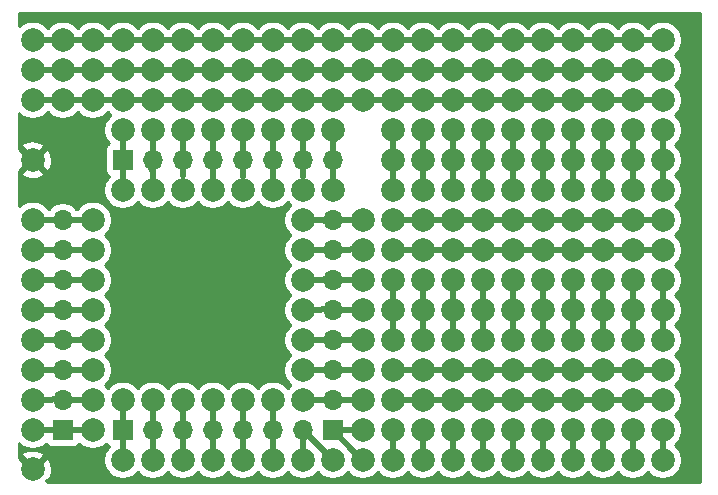
<source format=gbr>
G04 #@! TF.GenerationSoftware,KiCad,Pcbnew,5.1.5+dfsg1-2build2*
G04 #@! TF.CreationDate,2021-12-07T18:35:01-05:00*
G04 #@! TF.ProjectId,ESP32CAM_SJ4000_ENCLOSURE,45535033-3243-4414-9d5f-534a34303030,rev?*
G04 #@! TF.SameCoordinates,Original*
G04 #@! TF.FileFunction,Copper,L1,Top*
G04 #@! TF.FilePolarity,Positive*
%FSLAX46Y46*%
G04 Gerber Fmt 4.6, Leading zero omitted, Abs format (unit mm)*
G04 Created by KiCad (PCBNEW 5.1.5+dfsg1-2build2) date 2021-12-07 18:35:01*
%MOMM*%
%LPD*%
G04 APERTURE LIST*
%ADD10C,2.000000*%
%ADD11C,1.998980*%
%ADD12O,1.700000X1.700000*%
%ADD13R,1.700000X1.700000*%
%ADD14C,0.500000*%
%ADD15C,0.254000*%
G04 APERTURE END LIST*
D10*
X129781300Y-138490000D03*
X155181300Y-138490000D03*
X152641300Y-138490000D03*
X150101300Y-138490000D03*
X147561300Y-138490000D03*
X145021300Y-138490000D03*
X142481300Y-138490000D03*
X139941300Y-138490000D03*
X137401300Y-138490000D03*
X134861300Y-138490000D03*
X132321300Y-138490000D03*
X155181300Y-135950000D03*
X152641300Y-135950000D03*
X150101300Y-135950000D03*
X147561300Y-135950000D03*
X145021300Y-135950000D03*
X142481300Y-135950000D03*
X139941300Y-135950000D03*
X137401300Y-135950000D03*
X134861300Y-135950000D03*
X132321300Y-135950000D03*
X155181300Y-133410000D03*
X152641300Y-133410000D03*
X150101300Y-133410000D03*
X147561300Y-133410000D03*
X145021300Y-133410000D03*
X142481300Y-133410000D03*
X139941300Y-133410000D03*
X137401300Y-133410000D03*
X134861300Y-133410000D03*
X132321300Y-133410000D03*
X155181300Y-130870000D03*
X152641300Y-130870000D03*
X150101300Y-130870000D03*
X147561300Y-130870000D03*
X145021300Y-130870000D03*
X142481300Y-130870000D03*
X139941300Y-130870000D03*
X137401300Y-130870000D03*
X134861300Y-130870000D03*
X132321300Y-130870000D03*
X155181300Y-128330000D03*
X152641300Y-128330000D03*
X150101300Y-128330000D03*
X147561300Y-128330000D03*
X145021300Y-128330000D03*
X142481300Y-128330000D03*
X139941300Y-128330000D03*
X137401300Y-128330000D03*
X134861300Y-128330000D03*
X132321300Y-128330000D03*
X155181300Y-125790000D03*
X152641300Y-125790000D03*
X150101300Y-125790000D03*
X147561300Y-125790000D03*
X145021300Y-125790000D03*
X142481300Y-125790000D03*
X139941300Y-125790000D03*
X137401300Y-125790000D03*
X134861300Y-125790000D03*
X132321300Y-125790000D03*
X155181300Y-123250000D03*
X152641300Y-123250000D03*
X150101300Y-123250000D03*
X147561300Y-123250000D03*
X145021300Y-123250000D03*
X142481300Y-123250000D03*
X139941300Y-123250000D03*
X137401300Y-123250000D03*
X134861300Y-123250000D03*
X132321300Y-123250000D03*
X155181300Y-120710000D03*
X152641300Y-120710000D03*
X150101300Y-120710000D03*
X147561300Y-120710000D03*
X145021300Y-120710000D03*
X142481300Y-120710000D03*
X139941300Y-120710000D03*
X137401300Y-120710000D03*
X134861300Y-120710000D03*
X132321300Y-120710000D03*
X155181300Y-118170000D03*
X152641300Y-118170000D03*
X150101300Y-118170000D03*
X147561300Y-118170000D03*
X145021300Y-118170000D03*
X142481300Y-118170000D03*
X139941300Y-118170000D03*
X137401300Y-118170000D03*
X134861300Y-118170000D03*
X132321300Y-118170000D03*
X155181300Y-115630000D03*
X152641300Y-115630000D03*
X150101300Y-115630000D03*
X147561300Y-115630000D03*
X145021300Y-115630000D03*
X142481300Y-115630000D03*
X139941300Y-115630000D03*
X137401300Y-115630000D03*
X134861300Y-115630000D03*
X132321300Y-115630000D03*
X155181300Y-113090000D03*
X152641300Y-113090000D03*
X150101300Y-113090000D03*
X147561300Y-113090000D03*
X145021300Y-113090000D03*
X142481300Y-113090000D03*
X139941300Y-113090000D03*
X137401300Y-113090000D03*
X134861300Y-113090000D03*
X132321300Y-113090000D03*
X155181300Y-110550000D03*
X152641300Y-110550000D03*
X150101300Y-110550000D03*
X147561300Y-110550000D03*
X145021300Y-110550000D03*
X142481300Y-110550000D03*
X139941300Y-110550000D03*
X137401300Y-110550000D03*
X134861300Y-110550000D03*
X155181300Y-102930000D03*
X152641300Y-102930000D03*
X150101300Y-102930000D03*
X147561300Y-102930000D03*
X145021300Y-102930000D03*
X142481300Y-102930000D03*
X139941300Y-102930000D03*
X137401300Y-102930000D03*
X134861300Y-102930000D03*
X132321300Y-102930000D03*
X129781300Y-102930000D03*
X127241300Y-102930000D03*
X124701300Y-102930000D03*
X122161300Y-102930000D03*
X119621300Y-102930000D03*
X117081300Y-102930000D03*
X114541300Y-102930000D03*
X112001300Y-102930000D03*
X109461300Y-102930000D03*
X106921300Y-102930000D03*
X104381300Y-102930000D03*
X155181300Y-105470000D03*
X152641300Y-105470000D03*
X150101300Y-105470000D03*
X147561300Y-105470000D03*
X145021300Y-105470000D03*
X142481300Y-105470000D03*
X139941300Y-105470000D03*
X137401300Y-105470000D03*
X134861300Y-105470000D03*
X132321300Y-105470000D03*
X129781300Y-105470000D03*
X127241300Y-105470000D03*
X124701300Y-105470000D03*
X122161300Y-105470000D03*
X119621300Y-105470000D03*
X117081300Y-105470000D03*
X114541300Y-105470000D03*
X112001300Y-105470000D03*
X109461300Y-105470000D03*
X106921300Y-105470000D03*
X104381300Y-105470000D03*
X155181300Y-108010000D03*
X152641300Y-108010000D03*
X150101300Y-108010000D03*
X147561300Y-108010000D03*
X145021300Y-108010000D03*
X142481300Y-108010000D03*
X139941300Y-108010000D03*
X137401300Y-108010000D03*
X134861300Y-108010000D03*
X132321300Y-108010000D03*
X129781300Y-108010000D03*
X127241300Y-108010000D03*
X124701300Y-108010000D03*
X122161300Y-108010000D03*
X119621300Y-108010000D03*
X117081300Y-108010000D03*
X114541300Y-108010000D03*
X112001300Y-108010000D03*
X109461300Y-108010000D03*
X106921300Y-108010000D03*
X104381300Y-108010000D03*
X124701300Y-138490000D03*
X122161300Y-138490000D03*
X119621300Y-138490000D03*
X117081300Y-138490000D03*
X114541300Y-138490000D03*
X112001300Y-138490000D03*
X122161300Y-133410000D03*
X119621300Y-133410000D03*
X117081300Y-133410000D03*
X114541300Y-133410000D03*
X112001300Y-133410000D03*
X127241300Y-115630000D03*
X124701300Y-115630000D03*
X122161300Y-115630000D03*
X119621300Y-115630000D03*
X117081300Y-115630000D03*
X114541300Y-115630000D03*
X112001300Y-115630000D03*
X127241300Y-110550000D03*
X124701300Y-110550000D03*
X122161300Y-110550000D03*
X119621300Y-110550000D03*
X117081300Y-110550000D03*
X114541300Y-110550000D03*
X112001300Y-110550000D03*
X124701300Y-118170000D03*
X124701300Y-120710000D03*
X124701300Y-123250000D03*
X124701300Y-125790000D03*
X124701300Y-128330000D03*
X124701300Y-130870000D03*
X106921300Y-118170000D03*
X106921300Y-120710000D03*
X106921300Y-123250000D03*
X106921300Y-125790000D03*
X106921300Y-128330000D03*
X106921300Y-130870000D03*
X106921300Y-133410000D03*
X129781300Y-118170000D03*
X129781300Y-120710000D03*
X129781300Y-123250000D03*
X129781300Y-125790000D03*
X129781300Y-128330000D03*
X129781300Y-130870000D03*
X129781300Y-133410000D03*
X101841300Y-118170000D03*
X101841300Y-120710000D03*
X101841300Y-123250000D03*
X101841300Y-125790000D03*
X101841300Y-128330000D03*
X101841300Y-130870000D03*
X101841300Y-133410000D03*
D11*
X101841300Y-139255500D03*
X101841300Y-113090000D03*
D10*
X101841300Y-135950000D03*
X109461300Y-115630000D03*
X101841300Y-108010000D03*
X109461300Y-110550000D03*
X106921300Y-135950000D03*
X124701300Y-133410000D03*
X109461300Y-133410000D03*
X129781300Y-135950000D03*
X127241300Y-138490000D03*
X109461300Y-138490000D03*
X132321300Y-110550000D03*
X101841300Y-102930000D03*
X101841300Y-105470000D03*
D12*
X127241300Y-135950000D03*
X124701300Y-135950000D03*
X122161300Y-135950000D03*
X119621300Y-135950000D03*
X117081300Y-135950000D03*
X114541300Y-135950000D03*
X112001300Y-135950000D03*
D13*
X109461300Y-135950000D03*
D12*
X127241300Y-113090000D03*
X124701300Y-113090000D03*
X122161300Y-113090000D03*
X119621300Y-113090000D03*
X117081300Y-113090000D03*
X114541300Y-113090000D03*
X112001300Y-113090000D03*
D13*
X109461300Y-113090000D03*
D12*
X104381300Y-118170000D03*
X104381300Y-120710000D03*
X104381300Y-123250000D03*
X104381300Y-125790000D03*
X104381300Y-128330000D03*
X104381300Y-130870000D03*
X104381300Y-133410000D03*
D13*
X104381300Y-135950000D03*
D12*
X127241300Y-118170000D03*
X127241300Y-120710000D03*
X127241300Y-123250000D03*
X127241300Y-125790000D03*
X127241300Y-128330000D03*
X127241300Y-130870000D03*
X127241300Y-133410000D03*
D13*
X127241300Y-135950000D03*
D14*
X124701300Y-125790000D02*
X126279600Y-125790000D01*
X112001300Y-138490000D02*
X112001300Y-136906000D01*
X114541300Y-138490000D02*
X114541300Y-136893300D01*
X119621300Y-138490000D02*
X119621300Y-136931400D01*
X101841300Y-102930000D02*
X104381300Y-102930000D01*
X104381300Y-102930000D02*
X106921300Y-102930000D01*
X106921300Y-102930000D02*
X109461300Y-102930000D01*
X109461300Y-102930000D02*
X112001300Y-102930000D01*
X112001300Y-102930000D02*
X114541300Y-102930000D01*
X114541300Y-102930000D02*
X117081300Y-102930000D01*
X117081300Y-102930000D02*
X119621300Y-102930000D01*
X119621300Y-102930000D02*
X122161300Y-102930000D01*
X122161300Y-102930000D02*
X124701300Y-102930000D01*
X124701300Y-102930000D02*
X127241300Y-102930000D01*
X127241300Y-102930000D02*
X129781300Y-102930000D01*
X129781300Y-102930000D02*
X132321300Y-102930000D01*
X132321300Y-102930000D02*
X134861300Y-102930000D01*
X134861300Y-102930000D02*
X137401300Y-102930000D01*
X137401300Y-102930000D02*
X139941300Y-102930000D01*
X139941300Y-102930000D02*
X142481300Y-102930000D01*
X142481300Y-102930000D02*
X145021300Y-102930000D01*
X145021300Y-102930000D02*
X147561300Y-102930000D01*
X147561300Y-102930000D02*
X150101300Y-102930000D01*
X150101300Y-102930000D02*
X152641300Y-102930000D01*
X152641300Y-102930000D02*
X155181300Y-102930000D01*
X155181300Y-105470000D02*
X152641300Y-105470000D01*
X152641300Y-105470000D02*
X150101300Y-105470000D01*
X150101300Y-105470000D02*
X147561300Y-105470000D01*
X147561300Y-105470000D02*
X145021300Y-105470000D01*
X145021300Y-105470000D02*
X142481300Y-105470000D01*
X142481300Y-105470000D02*
X139941300Y-105470000D01*
X139941300Y-105470000D02*
X137401300Y-105470000D01*
X137401300Y-105470000D02*
X134861300Y-105470000D01*
X134861300Y-105470000D02*
X132321300Y-105470000D01*
X132321300Y-105470000D02*
X129781300Y-105470000D01*
X129781300Y-105470000D02*
X127241300Y-105470000D01*
X127241300Y-105470000D02*
X124701300Y-105470000D01*
X124701300Y-105470000D02*
X122161300Y-105470000D01*
X122161300Y-105470000D02*
X119621300Y-105470000D01*
X119621300Y-105470000D02*
X117081300Y-105470000D01*
X117081300Y-105470000D02*
X114541300Y-105470000D01*
X114541300Y-105470000D02*
X112001300Y-105470000D01*
X112001300Y-105470000D02*
X109461300Y-105470000D01*
X109461300Y-105470000D02*
X106921300Y-105470000D01*
X106921300Y-105470000D02*
X104381300Y-105470000D01*
X104381300Y-105470000D02*
X101841300Y-105470000D01*
X101841300Y-108010000D02*
X104381300Y-108010000D01*
X104381300Y-108010000D02*
X106921300Y-108010000D01*
X106921300Y-108010000D02*
X109461300Y-108010000D01*
X109461300Y-108010000D02*
X112001300Y-108010000D01*
X112001300Y-108010000D02*
X114541300Y-108010000D01*
X114541300Y-108010000D02*
X117081300Y-108010000D01*
X117081300Y-108010000D02*
X119621300Y-108010000D01*
X119621300Y-108010000D02*
X122161300Y-108010000D01*
X122161300Y-108010000D02*
X124701300Y-108010000D01*
X124701300Y-108010000D02*
X127241300Y-108010000D01*
X127241300Y-108010000D02*
X129781300Y-108010000D01*
X129781300Y-108010000D02*
X132321300Y-108010000D01*
X132321300Y-108010000D02*
X134861300Y-108010000D01*
X134861300Y-108010000D02*
X137401300Y-108010000D01*
X137401300Y-108010000D02*
X139941300Y-108010000D01*
X139941300Y-108010000D02*
X142481300Y-108010000D01*
X142481300Y-108010000D02*
X145021300Y-108010000D01*
X145021300Y-108010000D02*
X147561300Y-108010000D01*
X147561300Y-108010000D02*
X150101300Y-108010000D01*
X150101300Y-108010000D02*
X152641300Y-108010000D01*
X152641300Y-108010000D02*
X155181300Y-108010000D01*
X132321300Y-110550000D02*
X132321300Y-113090000D01*
X132321300Y-113090000D02*
X132321300Y-115630000D01*
X134861300Y-110550000D02*
X134861300Y-113090000D01*
X134861300Y-113090000D02*
X134861300Y-115630000D01*
X137401300Y-110550000D02*
X137401300Y-113090000D01*
X137401300Y-113090000D02*
X137401300Y-115630000D01*
X139941300Y-110550000D02*
X139941300Y-113090000D01*
X139941300Y-113090000D02*
X139941300Y-115630000D01*
X142481300Y-110550000D02*
X142481300Y-113090000D01*
X142481300Y-113090000D02*
X142481300Y-115630000D01*
X145021300Y-110550000D02*
X145021300Y-113090000D01*
X145021300Y-113090000D02*
X145021300Y-115630000D01*
X147561300Y-110550000D02*
X147561300Y-113090000D01*
X147561300Y-113090000D02*
X147561300Y-115630000D01*
X150101300Y-110550000D02*
X150101300Y-113090000D01*
X150101300Y-113090000D02*
X150101300Y-115630000D01*
X152641300Y-110550000D02*
X152641300Y-113090000D01*
X152641300Y-113090000D02*
X152641300Y-115630000D01*
X155181300Y-110550000D02*
X155181300Y-113090000D01*
X155181300Y-113090000D02*
X155181300Y-115630000D01*
X132321300Y-118170000D02*
X134861300Y-118170000D01*
X134861300Y-118170000D02*
X137401300Y-118170000D01*
X137401300Y-118170000D02*
X139941300Y-118170000D01*
X139941300Y-118170000D02*
X142481300Y-118170000D01*
X142481300Y-118170000D02*
X145021300Y-118170000D01*
X145021300Y-118170000D02*
X147561300Y-118170000D01*
X147561300Y-118170000D02*
X150101300Y-118170000D01*
X150101300Y-118170000D02*
X152641300Y-118170000D01*
X152641300Y-118170000D02*
X155181300Y-118170000D01*
X155181300Y-120710000D02*
X152641300Y-120710000D01*
X152641300Y-120710000D02*
X150101300Y-120710000D01*
X150101300Y-120710000D02*
X147561300Y-120710000D01*
X147561300Y-120710000D02*
X145021300Y-120710000D01*
X145021300Y-120710000D02*
X142481300Y-120710000D01*
X142481300Y-120710000D02*
X139941300Y-120710000D01*
X139941300Y-120710000D02*
X137401300Y-120710000D01*
X137401300Y-120710000D02*
X134861300Y-120710000D01*
X134861300Y-120710000D02*
X132321300Y-120710000D01*
X132321300Y-123250000D02*
X132321300Y-125790000D01*
X134861300Y-123250000D02*
X134861300Y-125790000D01*
X137401300Y-123250000D02*
X137401300Y-125790000D01*
X139941300Y-123250000D02*
X139941300Y-125790000D01*
X142481300Y-123250000D02*
X142481300Y-125790000D01*
X145021300Y-123250000D02*
X145021300Y-125790000D01*
X147561300Y-123250000D02*
X147561300Y-125790000D01*
X150101300Y-123250000D02*
X150101300Y-125790000D01*
X152641300Y-123250000D02*
X152641300Y-125790000D01*
X155181300Y-123250000D02*
X155181300Y-125790000D01*
X155181300Y-125790000D02*
X155181300Y-128330000D01*
X152641300Y-125790000D02*
X152641300Y-128330000D01*
X150101300Y-125790000D02*
X150101300Y-128330000D01*
X147561300Y-125790000D02*
X147561300Y-128330000D01*
X145021300Y-125790000D02*
X145021300Y-128330000D01*
X142481300Y-125790000D02*
X142481300Y-128330000D01*
X139941300Y-125790000D02*
X139941300Y-128330000D01*
X137401300Y-125790000D02*
X137401300Y-128330000D01*
X134861300Y-125790000D02*
X134861300Y-128330000D01*
X132321300Y-125790000D02*
X132321300Y-128330000D01*
X132321300Y-130870000D02*
X134861300Y-130870000D01*
X134861300Y-130870000D02*
X137401300Y-130870000D01*
X137401300Y-130870000D02*
X139941300Y-130870000D01*
X139941300Y-130870000D02*
X142481300Y-130870000D01*
X142481300Y-130870000D02*
X145021300Y-130870000D01*
X145021300Y-130870000D02*
X147561300Y-130870000D01*
X147561300Y-130870000D02*
X150101300Y-130870000D01*
X150101300Y-130870000D02*
X152641300Y-130870000D01*
X152641300Y-130870000D02*
X155181300Y-130870000D01*
X155181300Y-133410000D02*
X152641300Y-133410000D01*
X152641300Y-133410000D02*
X150101300Y-133410000D01*
X150101300Y-133410000D02*
X147561300Y-133410000D01*
X147561300Y-133410000D02*
X145021300Y-133410000D01*
X145021300Y-133410000D02*
X142481300Y-133410000D01*
X142481300Y-133410000D02*
X139941300Y-133410000D01*
X139941300Y-133410000D02*
X137401300Y-133410000D01*
X137401300Y-133410000D02*
X134861300Y-133410000D01*
X134861300Y-133410000D02*
X132321300Y-133410000D01*
X132321300Y-135950000D02*
X132321300Y-138490000D01*
X134861300Y-135950000D02*
X134861300Y-138490000D01*
X137401300Y-135950000D02*
X137401300Y-138490000D01*
X139941300Y-135950000D02*
X139941300Y-138490000D01*
X142481300Y-135950000D02*
X142481300Y-138490000D01*
X145021300Y-135950000D02*
X145021300Y-138490000D01*
X147561300Y-135950000D02*
X147561300Y-138490000D01*
X150101300Y-135950000D02*
X150101300Y-138490000D01*
X152641300Y-135950000D02*
X152641300Y-138490000D01*
X155181300Y-135950000D02*
X155181300Y-138490000D01*
X127241300Y-113817400D02*
X127266700Y-113792000D01*
X127241300Y-115630000D02*
X127241300Y-113817400D01*
X127241300Y-111544100D02*
X127330200Y-111455200D01*
X127241300Y-113090000D02*
X127241300Y-111544100D01*
X124701300Y-112407700D02*
X124752100Y-112458500D01*
X124701300Y-110550000D02*
X124701300Y-112407700D01*
X124701300Y-113090000D02*
X124701300Y-114566700D01*
X122161300Y-113855500D02*
X122199400Y-113817400D01*
X122161300Y-115630000D02*
X122161300Y-113855500D01*
X122161300Y-111531400D02*
X122237500Y-111455200D01*
X122161300Y-113090000D02*
X122161300Y-111531400D01*
X119621300Y-112268000D02*
X119684800Y-112331500D01*
X119621300Y-110550000D02*
X119621300Y-112268000D01*
X119621300Y-113090000D02*
X119621300Y-114503200D01*
X117081300Y-115630000D02*
X117081300Y-113817400D01*
X117081300Y-111417100D02*
X117106700Y-111391700D01*
X117081300Y-113090000D02*
X117081300Y-111417100D01*
X114541300Y-112445800D02*
X114642900Y-112547400D01*
X114541300Y-110550000D02*
X114541300Y-112445800D01*
X114541300Y-113090000D02*
X114541300Y-114439700D01*
X112001300Y-114020600D02*
X111861600Y-113880900D01*
X112001300Y-115630000D02*
X112001300Y-114020600D01*
X112001300Y-111518700D02*
X112102900Y-111417100D01*
X112001300Y-113090000D02*
X112001300Y-111518700D01*
X109461300Y-111429800D02*
X109524800Y-111366300D01*
X109461300Y-113090000D02*
X109461300Y-111429800D01*
X109461300Y-114757200D02*
X109397800Y-114820700D01*
X109461300Y-113090000D02*
X109461300Y-114757200D01*
X128863400Y-135950000D02*
X128866900Y-135953500D01*
X127241300Y-135950000D02*
X128863400Y-135950000D01*
X127241300Y-135966200D02*
X129171700Y-137896600D01*
X127241300Y-135950000D02*
X127241300Y-135966200D01*
X124701300Y-136728200D02*
X124904500Y-136525000D01*
X124701300Y-138490000D02*
X124701300Y-136728200D01*
X124701300Y-135953500D02*
X127025400Y-138277600D01*
X124701300Y-135950000D02*
X124701300Y-135953500D01*
X122161300Y-134416800D02*
X122237500Y-134340600D01*
X122161300Y-135950000D02*
X122161300Y-134416800D01*
X122161300Y-136791700D02*
X122186700Y-136766300D01*
X122161300Y-138490000D02*
X122161300Y-136791700D01*
X119621300Y-134353300D02*
X119545100Y-134277100D01*
X119621300Y-135950000D02*
X119621300Y-134353300D01*
X117081300Y-134404100D02*
X117119400Y-134366000D01*
X117081300Y-135950000D02*
X117081300Y-134404100D01*
X117081300Y-136728200D02*
X117055900Y-136702800D01*
X117081300Y-138490000D02*
X117081300Y-136728200D01*
X114541300Y-134378700D02*
X114528600Y-134366000D01*
X114541300Y-135950000D02*
X114541300Y-134378700D01*
X112001300Y-134353300D02*
X111950500Y-134302500D01*
X112001300Y-135950000D02*
X112001300Y-134353300D01*
X109461300Y-134289800D02*
X109562900Y-134188200D01*
X109461300Y-135950000D02*
X109461300Y-134289800D01*
X109461300Y-136626600D02*
X109562900Y-136525000D01*
X109461300Y-138490000D02*
X109461300Y-136626600D01*
X103686300Y-118170000D02*
X103695500Y-118160800D01*
X101841300Y-118170000D02*
X103686300Y-118170000D01*
X105997700Y-118170000D02*
X106083100Y-118084600D01*
X104381300Y-118170000D02*
X105997700Y-118170000D01*
X103686300Y-120710000D02*
X103708200Y-120688100D01*
X101841300Y-120710000D02*
X103686300Y-120710000D01*
X105997700Y-120710000D02*
X106070400Y-120637300D01*
X104381300Y-120710000D02*
X105997700Y-120710000D01*
X103737100Y-123250000D02*
X103809800Y-123177300D01*
X101841300Y-123250000D02*
X103737100Y-123250000D01*
X106099300Y-123250000D02*
X106222800Y-123126500D01*
X104381300Y-123250000D02*
X106099300Y-123250000D01*
X103660900Y-125790000D02*
X103670100Y-125780800D01*
X101841300Y-125790000D02*
X103660900Y-125790000D01*
X105990700Y-125790000D02*
X106019600Y-125818900D01*
X104381300Y-125790000D02*
X105990700Y-125790000D01*
X103902200Y-128330000D02*
X103949500Y-128282700D01*
X101841300Y-128330000D02*
X103902200Y-128330000D01*
X105959600Y-128330000D02*
X106083100Y-128206500D01*
X104381300Y-128330000D02*
X105959600Y-128330000D01*
X104245100Y-130870000D02*
X104254300Y-130860800D01*
X101841300Y-130870000D02*
X104245100Y-130870000D01*
X106493000Y-130870000D02*
X106527600Y-130835400D01*
X104381300Y-130870000D02*
X106493000Y-130870000D01*
X103495800Y-133410000D02*
X103543100Y-133362700D01*
X101841300Y-133410000D02*
X103495800Y-133410000D01*
X106651100Y-133410000D02*
X106654600Y-133413500D01*
X104381300Y-133410000D02*
X106651100Y-133410000D01*
X104092700Y-135950000D02*
X104228900Y-135813800D01*
X101841300Y-135950000D02*
X104092700Y-135950000D01*
X106442200Y-135950000D02*
X106502200Y-135890000D01*
X104381300Y-135950000D02*
X106442200Y-135950000D01*
X126463100Y-118170000D02*
X126542800Y-118249700D01*
X124701300Y-118170000D02*
X126463100Y-118170000D01*
X128914200Y-118170000D02*
X128917700Y-118173500D01*
X127241300Y-118170000D02*
X128914200Y-118170000D01*
X126374200Y-120710000D02*
X126415800Y-120751600D01*
X124701300Y-120710000D02*
X126374200Y-120710000D01*
X128705300Y-120710000D02*
X128790700Y-120624600D01*
X127241300Y-120710000D02*
X128705300Y-120710000D01*
X126457400Y-123250000D02*
X126530100Y-123177300D01*
X124701300Y-123250000D02*
X126457400Y-123250000D01*
X129073600Y-123250000D02*
X129108200Y-123215400D01*
X127241300Y-123250000D02*
X129073600Y-123250000D01*
X126339600Y-125730000D02*
X127927100Y-125730000D01*
X126279600Y-125790000D02*
X126339600Y-125730000D01*
X128984700Y-125790000D02*
X129133600Y-125641100D01*
X127241300Y-125790000D02*
X128984700Y-125790000D01*
X126590100Y-128330000D02*
X126682500Y-128422400D01*
X124701300Y-128330000D02*
X126590100Y-128330000D01*
X128806900Y-128330000D02*
X128917700Y-128219200D01*
X127241300Y-128330000D02*
X128806900Y-128330000D01*
X126513900Y-130870000D02*
X126593600Y-130949700D01*
X124701300Y-130870000D02*
X126513900Y-130870000D01*
X129066600Y-130870000D02*
X129095500Y-130898900D01*
X127241300Y-130870000D02*
X129066600Y-130870000D01*
X126501200Y-133410000D02*
X126619000Y-133527800D01*
X124701300Y-133410000D02*
X126501200Y-133410000D01*
X129028500Y-133410000D02*
X129070100Y-133451600D01*
X127241300Y-133410000D02*
X129028500Y-133410000D01*
D15*
G36*
X158340001Y-140340000D02*
G01*
X103078634Y-140340000D01*
X103092021Y-140326613D01*
X102976352Y-140210944D01*
X103240699Y-140115242D01*
X103381538Y-139825713D01*
X103463185Y-139514271D01*
X103482505Y-139192885D01*
X103438754Y-138873905D01*
X103333614Y-138569589D01*
X103240699Y-138395758D01*
X102976350Y-138300055D01*
X102020905Y-139255500D01*
X102035048Y-139269643D01*
X101855443Y-139449248D01*
X101841300Y-139435105D01*
X101827158Y-139449248D01*
X101647553Y-139269643D01*
X101661695Y-139255500D01*
X100706250Y-138300055D01*
X100660000Y-138316799D01*
X100660000Y-138120450D01*
X100885855Y-138120450D01*
X101841300Y-139075895D01*
X102796745Y-138120450D01*
X102701042Y-137856101D01*
X102411513Y-137715262D01*
X102100071Y-137633615D01*
X101778685Y-137614295D01*
X101459705Y-137658046D01*
X101155389Y-137763186D01*
X100981558Y-137856101D01*
X100885855Y-138120450D01*
X100660000Y-138120450D01*
X100660000Y-137080939D01*
X100799048Y-137219987D01*
X101066837Y-137398918D01*
X101364388Y-137522168D01*
X101680267Y-137585000D01*
X102002333Y-137585000D01*
X102318212Y-137522168D01*
X102615763Y-137398918D01*
X102883552Y-137219987D01*
X102982748Y-137120791D01*
X103000763Y-137154494D01*
X103080115Y-137251185D01*
X103176806Y-137330537D01*
X103287120Y-137389502D01*
X103406818Y-137425812D01*
X103531300Y-137438072D01*
X105231300Y-137438072D01*
X105355782Y-137425812D01*
X105475480Y-137389502D01*
X105585794Y-137330537D01*
X105682485Y-137251185D01*
X105761837Y-137154494D01*
X105779852Y-137120791D01*
X105879048Y-137219987D01*
X106146837Y-137398918D01*
X106444388Y-137522168D01*
X106760267Y-137585000D01*
X107082333Y-137585000D01*
X107398212Y-137522168D01*
X107695763Y-137398918D01*
X107963552Y-137219987D01*
X108062748Y-137120791D01*
X108080763Y-137154494D01*
X108160115Y-137251185D01*
X108256806Y-137330537D01*
X108290509Y-137348552D01*
X108191313Y-137447748D01*
X108012382Y-137715537D01*
X107889132Y-138013088D01*
X107826300Y-138328967D01*
X107826300Y-138651033D01*
X107889132Y-138966912D01*
X108012382Y-139264463D01*
X108191313Y-139532252D01*
X108419048Y-139759987D01*
X108686837Y-139938918D01*
X108984388Y-140062168D01*
X109300267Y-140125000D01*
X109622333Y-140125000D01*
X109938212Y-140062168D01*
X110235763Y-139938918D01*
X110503552Y-139759987D01*
X110731287Y-139532252D01*
X110731300Y-139532233D01*
X110731313Y-139532252D01*
X110959048Y-139759987D01*
X111226837Y-139938918D01*
X111524388Y-140062168D01*
X111840267Y-140125000D01*
X112162333Y-140125000D01*
X112478212Y-140062168D01*
X112775763Y-139938918D01*
X113043552Y-139759987D01*
X113271287Y-139532252D01*
X113271300Y-139532233D01*
X113271313Y-139532252D01*
X113499048Y-139759987D01*
X113766837Y-139938918D01*
X114064388Y-140062168D01*
X114380267Y-140125000D01*
X114702333Y-140125000D01*
X115018212Y-140062168D01*
X115315763Y-139938918D01*
X115583552Y-139759987D01*
X115811287Y-139532252D01*
X115811300Y-139532233D01*
X115811313Y-139532252D01*
X116039048Y-139759987D01*
X116306837Y-139938918D01*
X116604388Y-140062168D01*
X116920267Y-140125000D01*
X117242333Y-140125000D01*
X117558212Y-140062168D01*
X117855763Y-139938918D01*
X118123552Y-139759987D01*
X118351287Y-139532252D01*
X118351300Y-139532233D01*
X118351313Y-139532252D01*
X118579048Y-139759987D01*
X118846837Y-139938918D01*
X119144388Y-140062168D01*
X119460267Y-140125000D01*
X119782333Y-140125000D01*
X120098212Y-140062168D01*
X120395763Y-139938918D01*
X120663552Y-139759987D01*
X120891287Y-139532252D01*
X120891300Y-139532233D01*
X120891313Y-139532252D01*
X121119048Y-139759987D01*
X121386837Y-139938918D01*
X121684388Y-140062168D01*
X122000267Y-140125000D01*
X122322333Y-140125000D01*
X122638212Y-140062168D01*
X122935763Y-139938918D01*
X123203552Y-139759987D01*
X123431287Y-139532252D01*
X123431300Y-139532233D01*
X123431313Y-139532252D01*
X123659048Y-139759987D01*
X123926837Y-139938918D01*
X124224388Y-140062168D01*
X124540267Y-140125000D01*
X124862333Y-140125000D01*
X125178212Y-140062168D01*
X125475763Y-139938918D01*
X125743552Y-139759987D01*
X125971287Y-139532252D01*
X125971300Y-139532233D01*
X125971313Y-139532252D01*
X126199048Y-139759987D01*
X126466837Y-139938918D01*
X126764388Y-140062168D01*
X127080267Y-140125000D01*
X127402333Y-140125000D01*
X127718212Y-140062168D01*
X128015763Y-139938918D01*
X128283552Y-139759987D01*
X128511287Y-139532252D01*
X128511300Y-139532233D01*
X128511313Y-139532252D01*
X128739048Y-139759987D01*
X129006837Y-139938918D01*
X129304388Y-140062168D01*
X129620267Y-140125000D01*
X129942333Y-140125000D01*
X130258212Y-140062168D01*
X130555763Y-139938918D01*
X130823552Y-139759987D01*
X131051287Y-139532252D01*
X131051300Y-139532233D01*
X131051313Y-139532252D01*
X131279048Y-139759987D01*
X131546837Y-139938918D01*
X131844388Y-140062168D01*
X132160267Y-140125000D01*
X132482333Y-140125000D01*
X132798212Y-140062168D01*
X133095763Y-139938918D01*
X133363552Y-139759987D01*
X133591287Y-139532252D01*
X133591300Y-139532233D01*
X133591313Y-139532252D01*
X133819048Y-139759987D01*
X134086837Y-139938918D01*
X134384388Y-140062168D01*
X134700267Y-140125000D01*
X135022333Y-140125000D01*
X135338212Y-140062168D01*
X135635763Y-139938918D01*
X135903552Y-139759987D01*
X136131287Y-139532252D01*
X136131300Y-139532233D01*
X136131313Y-139532252D01*
X136359048Y-139759987D01*
X136626837Y-139938918D01*
X136924388Y-140062168D01*
X137240267Y-140125000D01*
X137562333Y-140125000D01*
X137878212Y-140062168D01*
X138175763Y-139938918D01*
X138443552Y-139759987D01*
X138671287Y-139532252D01*
X138671300Y-139532233D01*
X138671313Y-139532252D01*
X138899048Y-139759987D01*
X139166837Y-139938918D01*
X139464388Y-140062168D01*
X139780267Y-140125000D01*
X140102333Y-140125000D01*
X140418212Y-140062168D01*
X140715763Y-139938918D01*
X140983552Y-139759987D01*
X141211287Y-139532252D01*
X141211300Y-139532233D01*
X141211313Y-139532252D01*
X141439048Y-139759987D01*
X141706837Y-139938918D01*
X142004388Y-140062168D01*
X142320267Y-140125000D01*
X142642333Y-140125000D01*
X142958212Y-140062168D01*
X143255763Y-139938918D01*
X143523552Y-139759987D01*
X143751287Y-139532252D01*
X143751300Y-139532233D01*
X143751313Y-139532252D01*
X143979048Y-139759987D01*
X144246837Y-139938918D01*
X144544388Y-140062168D01*
X144860267Y-140125000D01*
X145182333Y-140125000D01*
X145498212Y-140062168D01*
X145795763Y-139938918D01*
X146063552Y-139759987D01*
X146291287Y-139532252D01*
X146291300Y-139532233D01*
X146291313Y-139532252D01*
X146519048Y-139759987D01*
X146786837Y-139938918D01*
X147084388Y-140062168D01*
X147400267Y-140125000D01*
X147722333Y-140125000D01*
X148038212Y-140062168D01*
X148335763Y-139938918D01*
X148603552Y-139759987D01*
X148831287Y-139532252D01*
X148831300Y-139532233D01*
X148831313Y-139532252D01*
X149059048Y-139759987D01*
X149326837Y-139938918D01*
X149624388Y-140062168D01*
X149940267Y-140125000D01*
X150262333Y-140125000D01*
X150578212Y-140062168D01*
X150875763Y-139938918D01*
X151143552Y-139759987D01*
X151371287Y-139532252D01*
X151371300Y-139532233D01*
X151371313Y-139532252D01*
X151599048Y-139759987D01*
X151866837Y-139938918D01*
X152164388Y-140062168D01*
X152480267Y-140125000D01*
X152802333Y-140125000D01*
X153118212Y-140062168D01*
X153415763Y-139938918D01*
X153683552Y-139759987D01*
X153911287Y-139532252D01*
X153911300Y-139532233D01*
X153911313Y-139532252D01*
X154139048Y-139759987D01*
X154406837Y-139938918D01*
X154704388Y-140062168D01*
X155020267Y-140125000D01*
X155342333Y-140125000D01*
X155658212Y-140062168D01*
X155955763Y-139938918D01*
X156223552Y-139759987D01*
X156451287Y-139532252D01*
X156630218Y-139264463D01*
X156753468Y-138966912D01*
X156816300Y-138651033D01*
X156816300Y-138328967D01*
X156753468Y-138013088D01*
X156630218Y-137715537D01*
X156451287Y-137447748D01*
X156223552Y-137220013D01*
X156223533Y-137220000D01*
X156223552Y-137219987D01*
X156451287Y-136992252D01*
X156630218Y-136724463D01*
X156753468Y-136426912D01*
X156816300Y-136111033D01*
X156816300Y-135788967D01*
X156753468Y-135473088D01*
X156630218Y-135175537D01*
X156451287Y-134907748D01*
X156223552Y-134680013D01*
X156223533Y-134680000D01*
X156223552Y-134679987D01*
X156451287Y-134452252D01*
X156630218Y-134184463D01*
X156753468Y-133886912D01*
X156816300Y-133571033D01*
X156816300Y-133248967D01*
X156753468Y-132933088D01*
X156630218Y-132635537D01*
X156451287Y-132367748D01*
X156223552Y-132140013D01*
X156223533Y-132140000D01*
X156223552Y-132139987D01*
X156451287Y-131912252D01*
X156630218Y-131644463D01*
X156753468Y-131346912D01*
X156816300Y-131031033D01*
X156816300Y-130708967D01*
X156753468Y-130393088D01*
X156630218Y-130095537D01*
X156451287Y-129827748D01*
X156223552Y-129600013D01*
X156223533Y-129600000D01*
X156223552Y-129599987D01*
X156451287Y-129372252D01*
X156630218Y-129104463D01*
X156753468Y-128806912D01*
X156816300Y-128491033D01*
X156816300Y-128168967D01*
X156753468Y-127853088D01*
X156630218Y-127555537D01*
X156451287Y-127287748D01*
X156223552Y-127060013D01*
X156223533Y-127060000D01*
X156223552Y-127059987D01*
X156451287Y-126832252D01*
X156630218Y-126564463D01*
X156753468Y-126266912D01*
X156816300Y-125951033D01*
X156816300Y-125628967D01*
X156753468Y-125313088D01*
X156630218Y-125015537D01*
X156451287Y-124747748D01*
X156223552Y-124520013D01*
X156223533Y-124520000D01*
X156223552Y-124519987D01*
X156451287Y-124292252D01*
X156630218Y-124024463D01*
X156753468Y-123726912D01*
X156816300Y-123411033D01*
X156816300Y-123088967D01*
X156753468Y-122773088D01*
X156630218Y-122475537D01*
X156451287Y-122207748D01*
X156223552Y-121980013D01*
X156223533Y-121980000D01*
X156223552Y-121979987D01*
X156451287Y-121752252D01*
X156630218Y-121484463D01*
X156753468Y-121186912D01*
X156816300Y-120871033D01*
X156816300Y-120548967D01*
X156753468Y-120233088D01*
X156630218Y-119935537D01*
X156451287Y-119667748D01*
X156223552Y-119440013D01*
X156223533Y-119440000D01*
X156223552Y-119439987D01*
X156451287Y-119212252D01*
X156630218Y-118944463D01*
X156753468Y-118646912D01*
X156816300Y-118331033D01*
X156816300Y-118008967D01*
X156753468Y-117693088D01*
X156630218Y-117395537D01*
X156451287Y-117127748D01*
X156223552Y-116900013D01*
X156223533Y-116900000D01*
X156223552Y-116899987D01*
X156451287Y-116672252D01*
X156630218Y-116404463D01*
X156753468Y-116106912D01*
X156816300Y-115791033D01*
X156816300Y-115468967D01*
X156753468Y-115153088D01*
X156630218Y-114855537D01*
X156451287Y-114587748D01*
X156223552Y-114360013D01*
X156223533Y-114360000D01*
X156223552Y-114359987D01*
X156451287Y-114132252D01*
X156630218Y-113864463D01*
X156753468Y-113566912D01*
X156816300Y-113251033D01*
X156816300Y-112928967D01*
X156753468Y-112613088D01*
X156630218Y-112315537D01*
X156451287Y-112047748D01*
X156223552Y-111820013D01*
X156223533Y-111820000D01*
X156223552Y-111819987D01*
X156451287Y-111592252D01*
X156630218Y-111324463D01*
X156753468Y-111026912D01*
X156816300Y-110711033D01*
X156816300Y-110388967D01*
X156753468Y-110073088D01*
X156630218Y-109775537D01*
X156451287Y-109507748D01*
X156223552Y-109280013D01*
X156223533Y-109280000D01*
X156223552Y-109279987D01*
X156451287Y-109052252D01*
X156630218Y-108784463D01*
X156753468Y-108486912D01*
X156816300Y-108171033D01*
X156816300Y-107848967D01*
X156753468Y-107533088D01*
X156630218Y-107235537D01*
X156451287Y-106967748D01*
X156223552Y-106740013D01*
X156223533Y-106740000D01*
X156223552Y-106739987D01*
X156451287Y-106512252D01*
X156630218Y-106244463D01*
X156753468Y-105946912D01*
X156816300Y-105631033D01*
X156816300Y-105308967D01*
X156753468Y-104993088D01*
X156630218Y-104695537D01*
X156451287Y-104427748D01*
X156223552Y-104200013D01*
X156223533Y-104200000D01*
X156223552Y-104199987D01*
X156451287Y-103972252D01*
X156630218Y-103704463D01*
X156753468Y-103406912D01*
X156816300Y-103091033D01*
X156816300Y-102768967D01*
X156753468Y-102453088D01*
X156630218Y-102155537D01*
X156451287Y-101887748D01*
X156223552Y-101660013D01*
X155955763Y-101481082D01*
X155658212Y-101357832D01*
X155342333Y-101295000D01*
X155020267Y-101295000D01*
X154704388Y-101357832D01*
X154406837Y-101481082D01*
X154139048Y-101660013D01*
X153911313Y-101887748D01*
X153911300Y-101887767D01*
X153911287Y-101887748D01*
X153683552Y-101660013D01*
X153415763Y-101481082D01*
X153118212Y-101357832D01*
X152802333Y-101295000D01*
X152480267Y-101295000D01*
X152164388Y-101357832D01*
X151866837Y-101481082D01*
X151599048Y-101660013D01*
X151371313Y-101887748D01*
X151371300Y-101887767D01*
X151371287Y-101887748D01*
X151143552Y-101660013D01*
X150875763Y-101481082D01*
X150578212Y-101357832D01*
X150262333Y-101295000D01*
X149940267Y-101295000D01*
X149624388Y-101357832D01*
X149326837Y-101481082D01*
X149059048Y-101660013D01*
X148831313Y-101887748D01*
X148831300Y-101887767D01*
X148831287Y-101887748D01*
X148603552Y-101660013D01*
X148335763Y-101481082D01*
X148038212Y-101357832D01*
X147722333Y-101295000D01*
X147400267Y-101295000D01*
X147084388Y-101357832D01*
X146786837Y-101481082D01*
X146519048Y-101660013D01*
X146291313Y-101887748D01*
X146291300Y-101887767D01*
X146291287Y-101887748D01*
X146063552Y-101660013D01*
X145795763Y-101481082D01*
X145498212Y-101357832D01*
X145182333Y-101295000D01*
X144860267Y-101295000D01*
X144544388Y-101357832D01*
X144246837Y-101481082D01*
X143979048Y-101660013D01*
X143751313Y-101887748D01*
X143751300Y-101887767D01*
X143751287Y-101887748D01*
X143523552Y-101660013D01*
X143255763Y-101481082D01*
X142958212Y-101357832D01*
X142642333Y-101295000D01*
X142320267Y-101295000D01*
X142004388Y-101357832D01*
X141706837Y-101481082D01*
X141439048Y-101660013D01*
X141211313Y-101887748D01*
X141211300Y-101887767D01*
X141211287Y-101887748D01*
X140983552Y-101660013D01*
X140715763Y-101481082D01*
X140418212Y-101357832D01*
X140102333Y-101295000D01*
X139780267Y-101295000D01*
X139464388Y-101357832D01*
X139166837Y-101481082D01*
X138899048Y-101660013D01*
X138671313Y-101887748D01*
X138671300Y-101887767D01*
X138671287Y-101887748D01*
X138443552Y-101660013D01*
X138175763Y-101481082D01*
X137878212Y-101357832D01*
X137562333Y-101295000D01*
X137240267Y-101295000D01*
X136924388Y-101357832D01*
X136626837Y-101481082D01*
X136359048Y-101660013D01*
X136131313Y-101887748D01*
X136131300Y-101887767D01*
X136131287Y-101887748D01*
X135903552Y-101660013D01*
X135635763Y-101481082D01*
X135338212Y-101357832D01*
X135022333Y-101295000D01*
X134700267Y-101295000D01*
X134384388Y-101357832D01*
X134086837Y-101481082D01*
X133819048Y-101660013D01*
X133591313Y-101887748D01*
X133591300Y-101887767D01*
X133591287Y-101887748D01*
X133363552Y-101660013D01*
X133095763Y-101481082D01*
X132798212Y-101357832D01*
X132482333Y-101295000D01*
X132160267Y-101295000D01*
X131844388Y-101357832D01*
X131546837Y-101481082D01*
X131279048Y-101660013D01*
X131051313Y-101887748D01*
X131051300Y-101887767D01*
X131051287Y-101887748D01*
X130823552Y-101660013D01*
X130555763Y-101481082D01*
X130258212Y-101357832D01*
X129942333Y-101295000D01*
X129620267Y-101295000D01*
X129304388Y-101357832D01*
X129006837Y-101481082D01*
X128739048Y-101660013D01*
X128511313Y-101887748D01*
X128511300Y-101887767D01*
X128511287Y-101887748D01*
X128283552Y-101660013D01*
X128015763Y-101481082D01*
X127718212Y-101357832D01*
X127402333Y-101295000D01*
X127080267Y-101295000D01*
X126764388Y-101357832D01*
X126466837Y-101481082D01*
X126199048Y-101660013D01*
X125971313Y-101887748D01*
X125971300Y-101887767D01*
X125971287Y-101887748D01*
X125743552Y-101660013D01*
X125475763Y-101481082D01*
X125178212Y-101357832D01*
X124862333Y-101295000D01*
X124540267Y-101295000D01*
X124224388Y-101357832D01*
X123926837Y-101481082D01*
X123659048Y-101660013D01*
X123431313Y-101887748D01*
X123431300Y-101887767D01*
X123431287Y-101887748D01*
X123203552Y-101660013D01*
X122935763Y-101481082D01*
X122638212Y-101357832D01*
X122322333Y-101295000D01*
X122000267Y-101295000D01*
X121684388Y-101357832D01*
X121386837Y-101481082D01*
X121119048Y-101660013D01*
X120891313Y-101887748D01*
X120891300Y-101887767D01*
X120891287Y-101887748D01*
X120663552Y-101660013D01*
X120395763Y-101481082D01*
X120098212Y-101357832D01*
X119782333Y-101295000D01*
X119460267Y-101295000D01*
X119144388Y-101357832D01*
X118846837Y-101481082D01*
X118579048Y-101660013D01*
X118351313Y-101887748D01*
X118351300Y-101887767D01*
X118351287Y-101887748D01*
X118123552Y-101660013D01*
X117855763Y-101481082D01*
X117558212Y-101357832D01*
X117242333Y-101295000D01*
X116920267Y-101295000D01*
X116604388Y-101357832D01*
X116306837Y-101481082D01*
X116039048Y-101660013D01*
X115811313Y-101887748D01*
X115811300Y-101887767D01*
X115811287Y-101887748D01*
X115583552Y-101660013D01*
X115315763Y-101481082D01*
X115018212Y-101357832D01*
X114702333Y-101295000D01*
X114380267Y-101295000D01*
X114064388Y-101357832D01*
X113766837Y-101481082D01*
X113499048Y-101660013D01*
X113271313Y-101887748D01*
X113271300Y-101887767D01*
X113271287Y-101887748D01*
X113043552Y-101660013D01*
X112775763Y-101481082D01*
X112478212Y-101357832D01*
X112162333Y-101295000D01*
X111840267Y-101295000D01*
X111524388Y-101357832D01*
X111226837Y-101481082D01*
X110959048Y-101660013D01*
X110731313Y-101887748D01*
X110731300Y-101887767D01*
X110731287Y-101887748D01*
X110503552Y-101660013D01*
X110235763Y-101481082D01*
X109938212Y-101357832D01*
X109622333Y-101295000D01*
X109300267Y-101295000D01*
X108984388Y-101357832D01*
X108686837Y-101481082D01*
X108419048Y-101660013D01*
X108191313Y-101887748D01*
X108191300Y-101887767D01*
X108191287Y-101887748D01*
X107963552Y-101660013D01*
X107695763Y-101481082D01*
X107398212Y-101357832D01*
X107082333Y-101295000D01*
X106760267Y-101295000D01*
X106444388Y-101357832D01*
X106146837Y-101481082D01*
X105879048Y-101660013D01*
X105651313Y-101887748D01*
X105651300Y-101887767D01*
X105651287Y-101887748D01*
X105423552Y-101660013D01*
X105155763Y-101481082D01*
X104858212Y-101357832D01*
X104542333Y-101295000D01*
X104220267Y-101295000D01*
X103904388Y-101357832D01*
X103606837Y-101481082D01*
X103339048Y-101660013D01*
X103111313Y-101887748D01*
X103111300Y-101887767D01*
X103111287Y-101887748D01*
X102883552Y-101660013D01*
X102615763Y-101481082D01*
X102318212Y-101357832D01*
X102002333Y-101295000D01*
X101680267Y-101295000D01*
X101364388Y-101357832D01*
X101066837Y-101481082D01*
X100799048Y-101660013D01*
X100660000Y-101799061D01*
X100660000Y-100660000D01*
X158340000Y-100660000D01*
X158340001Y-140340000D01*
G37*
X158340001Y-140340000D02*
X103078634Y-140340000D01*
X103092021Y-140326613D01*
X102976352Y-140210944D01*
X103240699Y-140115242D01*
X103381538Y-139825713D01*
X103463185Y-139514271D01*
X103482505Y-139192885D01*
X103438754Y-138873905D01*
X103333614Y-138569589D01*
X103240699Y-138395758D01*
X102976350Y-138300055D01*
X102020905Y-139255500D01*
X102035048Y-139269643D01*
X101855443Y-139449248D01*
X101841300Y-139435105D01*
X101827158Y-139449248D01*
X101647553Y-139269643D01*
X101661695Y-139255500D01*
X100706250Y-138300055D01*
X100660000Y-138316799D01*
X100660000Y-138120450D01*
X100885855Y-138120450D01*
X101841300Y-139075895D01*
X102796745Y-138120450D01*
X102701042Y-137856101D01*
X102411513Y-137715262D01*
X102100071Y-137633615D01*
X101778685Y-137614295D01*
X101459705Y-137658046D01*
X101155389Y-137763186D01*
X100981558Y-137856101D01*
X100885855Y-138120450D01*
X100660000Y-138120450D01*
X100660000Y-137080939D01*
X100799048Y-137219987D01*
X101066837Y-137398918D01*
X101364388Y-137522168D01*
X101680267Y-137585000D01*
X102002333Y-137585000D01*
X102318212Y-137522168D01*
X102615763Y-137398918D01*
X102883552Y-137219987D01*
X102982748Y-137120791D01*
X103000763Y-137154494D01*
X103080115Y-137251185D01*
X103176806Y-137330537D01*
X103287120Y-137389502D01*
X103406818Y-137425812D01*
X103531300Y-137438072D01*
X105231300Y-137438072D01*
X105355782Y-137425812D01*
X105475480Y-137389502D01*
X105585794Y-137330537D01*
X105682485Y-137251185D01*
X105761837Y-137154494D01*
X105779852Y-137120791D01*
X105879048Y-137219987D01*
X106146837Y-137398918D01*
X106444388Y-137522168D01*
X106760267Y-137585000D01*
X107082333Y-137585000D01*
X107398212Y-137522168D01*
X107695763Y-137398918D01*
X107963552Y-137219987D01*
X108062748Y-137120791D01*
X108080763Y-137154494D01*
X108160115Y-137251185D01*
X108256806Y-137330537D01*
X108290509Y-137348552D01*
X108191313Y-137447748D01*
X108012382Y-137715537D01*
X107889132Y-138013088D01*
X107826300Y-138328967D01*
X107826300Y-138651033D01*
X107889132Y-138966912D01*
X108012382Y-139264463D01*
X108191313Y-139532252D01*
X108419048Y-139759987D01*
X108686837Y-139938918D01*
X108984388Y-140062168D01*
X109300267Y-140125000D01*
X109622333Y-140125000D01*
X109938212Y-140062168D01*
X110235763Y-139938918D01*
X110503552Y-139759987D01*
X110731287Y-139532252D01*
X110731300Y-139532233D01*
X110731313Y-139532252D01*
X110959048Y-139759987D01*
X111226837Y-139938918D01*
X111524388Y-140062168D01*
X111840267Y-140125000D01*
X112162333Y-140125000D01*
X112478212Y-140062168D01*
X112775763Y-139938918D01*
X113043552Y-139759987D01*
X113271287Y-139532252D01*
X113271300Y-139532233D01*
X113271313Y-139532252D01*
X113499048Y-139759987D01*
X113766837Y-139938918D01*
X114064388Y-140062168D01*
X114380267Y-140125000D01*
X114702333Y-140125000D01*
X115018212Y-140062168D01*
X115315763Y-139938918D01*
X115583552Y-139759987D01*
X115811287Y-139532252D01*
X115811300Y-139532233D01*
X115811313Y-139532252D01*
X116039048Y-139759987D01*
X116306837Y-139938918D01*
X116604388Y-140062168D01*
X116920267Y-140125000D01*
X117242333Y-140125000D01*
X117558212Y-140062168D01*
X117855763Y-139938918D01*
X118123552Y-139759987D01*
X118351287Y-139532252D01*
X118351300Y-139532233D01*
X118351313Y-139532252D01*
X118579048Y-139759987D01*
X118846837Y-139938918D01*
X119144388Y-140062168D01*
X119460267Y-140125000D01*
X119782333Y-140125000D01*
X120098212Y-140062168D01*
X120395763Y-139938918D01*
X120663552Y-139759987D01*
X120891287Y-139532252D01*
X120891300Y-139532233D01*
X120891313Y-139532252D01*
X121119048Y-139759987D01*
X121386837Y-139938918D01*
X121684388Y-140062168D01*
X122000267Y-140125000D01*
X122322333Y-140125000D01*
X122638212Y-140062168D01*
X122935763Y-139938918D01*
X123203552Y-139759987D01*
X123431287Y-139532252D01*
X123431300Y-139532233D01*
X123431313Y-139532252D01*
X123659048Y-139759987D01*
X123926837Y-139938918D01*
X124224388Y-140062168D01*
X124540267Y-140125000D01*
X124862333Y-140125000D01*
X125178212Y-140062168D01*
X125475763Y-139938918D01*
X125743552Y-139759987D01*
X125971287Y-139532252D01*
X125971300Y-139532233D01*
X125971313Y-139532252D01*
X126199048Y-139759987D01*
X126466837Y-139938918D01*
X126764388Y-140062168D01*
X127080267Y-140125000D01*
X127402333Y-140125000D01*
X127718212Y-140062168D01*
X128015763Y-139938918D01*
X128283552Y-139759987D01*
X128511287Y-139532252D01*
X128511300Y-139532233D01*
X128511313Y-139532252D01*
X128739048Y-139759987D01*
X129006837Y-139938918D01*
X129304388Y-140062168D01*
X129620267Y-140125000D01*
X129942333Y-140125000D01*
X130258212Y-140062168D01*
X130555763Y-139938918D01*
X130823552Y-139759987D01*
X131051287Y-139532252D01*
X131051300Y-139532233D01*
X131051313Y-139532252D01*
X131279048Y-139759987D01*
X131546837Y-139938918D01*
X131844388Y-140062168D01*
X132160267Y-140125000D01*
X132482333Y-140125000D01*
X132798212Y-140062168D01*
X133095763Y-139938918D01*
X133363552Y-139759987D01*
X133591287Y-139532252D01*
X133591300Y-139532233D01*
X133591313Y-139532252D01*
X133819048Y-139759987D01*
X134086837Y-139938918D01*
X134384388Y-140062168D01*
X134700267Y-140125000D01*
X135022333Y-140125000D01*
X135338212Y-140062168D01*
X135635763Y-139938918D01*
X135903552Y-139759987D01*
X136131287Y-139532252D01*
X136131300Y-139532233D01*
X136131313Y-139532252D01*
X136359048Y-139759987D01*
X136626837Y-139938918D01*
X136924388Y-140062168D01*
X137240267Y-140125000D01*
X137562333Y-140125000D01*
X137878212Y-140062168D01*
X138175763Y-139938918D01*
X138443552Y-139759987D01*
X138671287Y-139532252D01*
X138671300Y-139532233D01*
X138671313Y-139532252D01*
X138899048Y-139759987D01*
X139166837Y-139938918D01*
X139464388Y-140062168D01*
X139780267Y-140125000D01*
X140102333Y-140125000D01*
X140418212Y-140062168D01*
X140715763Y-139938918D01*
X140983552Y-139759987D01*
X141211287Y-139532252D01*
X141211300Y-139532233D01*
X141211313Y-139532252D01*
X141439048Y-139759987D01*
X141706837Y-139938918D01*
X142004388Y-140062168D01*
X142320267Y-140125000D01*
X142642333Y-140125000D01*
X142958212Y-140062168D01*
X143255763Y-139938918D01*
X143523552Y-139759987D01*
X143751287Y-139532252D01*
X143751300Y-139532233D01*
X143751313Y-139532252D01*
X143979048Y-139759987D01*
X144246837Y-139938918D01*
X144544388Y-140062168D01*
X144860267Y-140125000D01*
X145182333Y-140125000D01*
X145498212Y-140062168D01*
X145795763Y-139938918D01*
X146063552Y-139759987D01*
X146291287Y-139532252D01*
X146291300Y-139532233D01*
X146291313Y-139532252D01*
X146519048Y-139759987D01*
X146786837Y-139938918D01*
X147084388Y-140062168D01*
X147400267Y-140125000D01*
X147722333Y-140125000D01*
X148038212Y-140062168D01*
X148335763Y-139938918D01*
X148603552Y-139759987D01*
X148831287Y-139532252D01*
X148831300Y-139532233D01*
X148831313Y-139532252D01*
X149059048Y-139759987D01*
X149326837Y-139938918D01*
X149624388Y-140062168D01*
X149940267Y-140125000D01*
X150262333Y-140125000D01*
X150578212Y-140062168D01*
X150875763Y-139938918D01*
X151143552Y-139759987D01*
X151371287Y-139532252D01*
X151371300Y-139532233D01*
X151371313Y-139532252D01*
X151599048Y-139759987D01*
X151866837Y-139938918D01*
X152164388Y-140062168D01*
X152480267Y-140125000D01*
X152802333Y-140125000D01*
X153118212Y-140062168D01*
X153415763Y-139938918D01*
X153683552Y-139759987D01*
X153911287Y-139532252D01*
X153911300Y-139532233D01*
X153911313Y-139532252D01*
X154139048Y-139759987D01*
X154406837Y-139938918D01*
X154704388Y-140062168D01*
X155020267Y-140125000D01*
X155342333Y-140125000D01*
X155658212Y-140062168D01*
X155955763Y-139938918D01*
X156223552Y-139759987D01*
X156451287Y-139532252D01*
X156630218Y-139264463D01*
X156753468Y-138966912D01*
X156816300Y-138651033D01*
X156816300Y-138328967D01*
X156753468Y-138013088D01*
X156630218Y-137715537D01*
X156451287Y-137447748D01*
X156223552Y-137220013D01*
X156223533Y-137220000D01*
X156223552Y-137219987D01*
X156451287Y-136992252D01*
X156630218Y-136724463D01*
X156753468Y-136426912D01*
X156816300Y-136111033D01*
X156816300Y-135788967D01*
X156753468Y-135473088D01*
X156630218Y-135175537D01*
X156451287Y-134907748D01*
X156223552Y-134680013D01*
X156223533Y-134680000D01*
X156223552Y-134679987D01*
X156451287Y-134452252D01*
X156630218Y-134184463D01*
X156753468Y-133886912D01*
X156816300Y-133571033D01*
X156816300Y-133248967D01*
X156753468Y-132933088D01*
X156630218Y-132635537D01*
X156451287Y-132367748D01*
X156223552Y-132140013D01*
X156223533Y-132140000D01*
X156223552Y-132139987D01*
X156451287Y-131912252D01*
X156630218Y-131644463D01*
X156753468Y-131346912D01*
X156816300Y-131031033D01*
X156816300Y-130708967D01*
X156753468Y-130393088D01*
X156630218Y-130095537D01*
X156451287Y-129827748D01*
X156223552Y-129600013D01*
X156223533Y-129600000D01*
X156223552Y-129599987D01*
X156451287Y-129372252D01*
X156630218Y-129104463D01*
X156753468Y-128806912D01*
X156816300Y-128491033D01*
X156816300Y-128168967D01*
X156753468Y-127853088D01*
X156630218Y-127555537D01*
X156451287Y-127287748D01*
X156223552Y-127060013D01*
X156223533Y-127060000D01*
X156223552Y-127059987D01*
X156451287Y-126832252D01*
X156630218Y-126564463D01*
X156753468Y-126266912D01*
X156816300Y-125951033D01*
X156816300Y-125628967D01*
X156753468Y-125313088D01*
X156630218Y-125015537D01*
X156451287Y-124747748D01*
X156223552Y-124520013D01*
X156223533Y-124520000D01*
X156223552Y-124519987D01*
X156451287Y-124292252D01*
X156630218Y-124024463D01*
X156753468Y-123726912D01*
X156816300Y-123411033D01*
X156816300Y-123088967D01*
X156753468Y-122773088D01*
X156630218Y-122475537D01*
X156451287Y-122207748D01*
X156223552Y-121980013D01*
X156223533Y-121980000D01*
X156223552Y-121979987D01*
X156451287Y-121752252D01*
X156630218Y-121484463D01*
X156753468Y-121186912D01*
X156816300Y-120871033D01*
X156816300Y-120548967D01*
X156753468Y-120233088D01*
X156630218Y-119935537D01*
X156451287Y-119667748D01*
X156223552Y-119440013D01*
X156223533Y-119440000D01*
X156223552Y-119439987D01*
X156451287Y-119212252D01*
X156630218Y-118944463D01*
X156753468Y-118646912D01*
X156816300Y-118331033D01*
X156816300Y-118008967D01*
X156753468Y-117693088D01*
X156630218Y-117395537D01*
X156451287Y-117127748D01*
X156223552Y-116900013D01*
X156223533Y-116900000D01*
X156223552Y-116899987D01*
X156451287Y-116672252D01*
X156630218Y-116404463D01*
X156753468Y-116106912D01*
X156816300Y-115791033D01*
X156816300Y-115468967D01*
X156753468Y-115153088D01*
X156630218Y-114855537D01*
X156451287Y-114587748D01*
X156223552Y-114360013D01*
X156223533Y-114360000D01*
X156223552Y-114359987D01*
X156451287Y-114132252D01*
X156630218Y-113864463D01*
X156753468Y-113566912D01*
X156816300Y-113251033D01*
X156816300Y-112928967D01*
X156753468Y-112613088D01*
X156630218Y-112315537D01*
X156451287Y-112047748D01*
X156223552Y-111820013D01*
X156223533Y-111820000D01*
X156223552Y-111819987D01*
X156451287Y-111592252D01*
X156630218Y-111324463D01*
X156753468Y-111026912D01*
X156816300Y-110711033D01*
X156816300Y-110388967D01*
X156753468Y-110073088D01*
X156630218Y-109775537D01*
X156451287Y-109507748D01*
X156223552Y-109280013D01*
X156223533Y-109280000D01*
X156223552Y-109279987D01*
X156451287Y-109052252D01*
X156630218Y-108784463D01*
X156753468Y-108486912D01*
X156816300Y-108171033D01*
X156816300Y-107848967D01*
X156753468Y-107533088D01*
X156630218Y-107235537D01*
X156451287Y-106967748D01*
X156223552Y-106740013D01*
X156223533Y-106740000D01*
X156223552Y-106739987D01*
X156451287Y-106512252D01*
X156630218Y-106244463D01*
X156753468Y-105946912D01*
X156816300Y-105631033D01*
X156816300Y-105308967D01*
X156753468Y-104993088D01*
X156630218Y-104695537D01*
X156451287Y-104427748D01*
X156223552Y-104200013D01*
X156223533Y-104200000D01*
X156223552Y-104199987D01*
X156451287Y-103972252D01*
X156630218Y-103704463D01*
X156753468Y-103406912D01*
X156816300Y-103091033D01*
X156816300Y-102768967D01*
X156753468Y-102453088D01*
X156630218Y-102155537D01*
X156451287Y-101887748D01*
X156223552Y-101660013D01*
X155955763Y-101481082D01*
X155658212Y-101357832D01*
X155342333Y-101295000D01*
X155020267Y-101295000D01*
X154704388Y-101357832D01*
X154406837Y-101481082D01*
X154139048Y-101660013D01*
X153911313Y-101887748D01*
X153911300Y-101887767D01*
X153911287Y-101887748D01*
X153683552Y-101660013D01*
X153415763Y-101481082D01*
X153118212Y-101357832D01*
X152802333Y-101295000D01*
X152480267Y-101295000D01*
X152164388Y-101357832D01*
X151866837Y-101481082D01*
X151599048Y-101660013D01*
X151371313Y-101887748D01*
X151371300Y-101887767D01*
X151371287Y-101887748D01*
X151143552Y-101660013D01*
X150875763Y-101481082D01*
X150578212Y-101357832D01*
X150262333Y-101295000D01*
X149940267Y-101295000D01*
X149624388Y-101357832D01*
X149326837Y-101481082D01*
X149059048Y-101660013D01*
X148831313Y-101887748D01*
X148831300Y-101887767D01*
X148831287Y-101887748D01*
X148603552Y-101660013D01*
X148335763Y-101481082D01*
X148038212Y-101357832D01*
X147722333Y-101295000D01*
X147400267Y-101295000D01*
X147084388Y-101357832D01*
X146786837Y-101481082D01*
X146519048Y-101660013D01*
X146291313Y-101887748D01*
X146291300Y-101887767D01*
X146291287Y-101887748D01*
X146063552Y-101660013D01*
X145795763Y-101481082D01*
X145498212Y-101357832D01*
X145182333Y-101295000D01*
X144860267Y-101295000D01*
X144544388Y-101357832D01*
X144246837Y-101481082D01*
X143979048Y-101660013D01*
X143751313Y-101887748D01*
X143751300Y-101887767D01*
X143751287Y-101887748D01*
X143523552Y-101660013D01*
X143255763Y-101481082D01*
X142958212Y-101357832D01*
X142642333Y-101295000D01*
X142320267Y-101295000D01*
X142004388Y-101357832D01*
X141706837Y-101481082D01*
X141439048Y-101660013D01*
X141211313Y-101887748D01*
X141211300Y-101887767D01*
X141211287Y-101887748D01*
X140983552Y-101660013D01*
X140715763Y-101481082D01*
X140418212Y-101357832D01*
X140102333Y-101295000D01*
X139780267Y-101295000D01*
X139464388Y-101357832D01*
X139166837Y-101481082D01*
X138899048Y-101660013D01*
X138671313Y-101887748D01*
X138671300Y-101887767D01*
X138671287Y-101887748D01*
X138443552Y-101660013D01*
X138175763Y-101481082D01*
X137878212Y-101357832D01*
X137562333Y-101295000D01*
X137240267Y-101295000D01*
X136924388Y-101357832D01*
X136626837Y-101481082D01*
X136359048Y-101660013D01*
X136131313Y-101887748D01*
X136131300Y-101887767D01*
X136131287Y-101887748D01*
X135903552Y-101660013D01*
X135635763Y-101481082D01*
X135338212Y-101357832D01*
X135022333Y-101295000D01*
X134700267Y-101295000D01*
X134384388Y-101357832D01*
X134086837Y-101481082D01*
X133819048Y-101660013D01*
X133591313Y-101887748D01*
X133591300Y-101887767D01*
X133591287Y-101887748D01*
X133363552Y-101660013D01*
X133095763Y-101481082D01*
X132798212Y-101357832D01*
X132482333Y-101295000D01*
X132160267Y-101295000D01*
X131844388Y-101357832D01*
X131546837Y-101481082D01*
X131279048Y-101660013D01*
X131051313Y-101887748D01*
X131051300Y-101887767D01*
X131051287Y-101887748D01*
X130823552Y-101660013D01*
X130555763Y-101481082D01*
X130258212Y-101357832D01*
X129942333Y-101295000D01*
X129620267Y-101295000D01*
X129304388Y-101357832D01*
X129006837Y-101481082D01*
X128739048Y-101660013D01*
X128511313Y-101887748D01*
X128511300Y-101887767D01*
X128511287Y-101887748D01*
X128283552Y-101660013D01*
X128015763Y-101481082D01*
X127718212Y-101357832D01*
X127402333Y-101295000D01*
X127080267Y-101295000D01*
X126764388Y-101357832D01*
X126466837Y-101481082D01*
X126199048Y-101660013D01*
X125971313Y-101887748D01*
X125971300Y-101887767D01*
X125971287Y-101887748D01*
X125743552Y-101660013D01*
X125475763Y-101481082D01*
X125178212Y-101357832D01*
X124862333Y-101295000D01*
X124540267Y-101295000D01*
X124224388Y-101357832D01*
X123926837Y-101481082D01*
X123659048Y-101660013D01*
X123431313Y-101887748D01*
X123431300Y-101887767D01*
X123431287Y-101887748D01*
X123203552Y-101660013D01*
X122935763Y-101481082D01*
X122638212Y-101357832D01*
X122322333Y-101295000D01*
X122000267Y-101295000D01*
X121684388Y-101357832D01*
X121386837Y-101481082D01*
X121119048Y-101660013D01*
X120891313Y-101887748D01*
X120891300Y-101887767D01*
X120891287Y-101887748D01*
X120663552Y-101660013D01*
X120395763Y-101481082D01*
X120098212Y-101357832D01*
X119782333Y-101295000D01*
X119460267Y-101295000D01*
X119144388Y-101357832D01*
X118846837Y-101481082D01*
X118579048Y-101660013D01*
X118351313Y-101887748D01*
X118351300Y-101887767D01*
X118351287Y-101887748D01*
X118123552Y-101660013D01*
X117855763Y-101481082D01*
X117558212Y-101357832D01*
X117242333Y-101295000D01*
X116920267Y-101295000D01*
X116604388Y-101357832D01*
X116306837Y-101481082D01*
X116039048Y-101660013D01*
X115811313Y-101887748D01*
X115811300Y-101887767D01*
X115811287Y-101887748D01*
X115583552Y-101660013D01*
X115315763Y-101481082D01*
X115018212Y-101357832D01*
X114702333Y-101295000D01*
X114380267Y-101295000D01*
X114064388Y-101357832D01*
X113766837Y-101481082D01*
X113499048Y-101660013D01*
X113271313Y-101887748D01*
X113271300Y-101887767D01*
X113271287Y-101887748D01*
X113043552Y-101660013D01*
X112775763Y-101481082D01*
X112478212Y-101357832D01*
X112162333Y-101295000D01*
X111840267Y-101295000D01*
X111524388Y-101357832D01*
X111226837Y-101481082D01*
X110959048Y-101660013D01*
X110731313Y-101887748D01*
X110731300Y-101887767D01*
X110731287Y-101887748D01*
X110503552Y-101660013D01*
X110235763Y-101481082D01*
X109938212Y-101357832D01*
X109622333Y-101295000D01*
X109300267Y-101295000D01*
X108984388Y-101357832D01*
X108686837Y-101481082D01*
X108419048Y-101660013D01*
X108191313Y-101887748D01*
X108191300Y-101887767D01*
X108191287Y-101887748D01*
X107963552Y-101660013D01*
X107695763Y-101481082D01*
X107398212Y-101357832D01*
X107082333Y-101295000D01*
X106760267Y-101295000D01*
X106444388Y-101357832D01*
X106146837Y-101481082D01*
X105879048Y-101660013D01*
X105651313Y-101887748D01*
X105651300Y-101887767D01*
X105651287Y-101887748D01*
X105423552Y-101660013D01*
X105155763Y-101481082D01*
X104858212Y-101357832D01*
X104542333Y-101295000D01*
X104220267Y-101295000D01*
X103904388Y-101357832D01*
X103606837Y-101481082D01*
X103339048Y-101660013D01*
X103111313Y-101887748D01*
X103111300Y-101887767D01*
X103111287Y-101887748D01*
X102883552Y-101660013D01*
X102615763Y-101481082D01*
X102318212Y-101357832D01*
X102002333Y-101295000D01*
X101680267Y-101295000D01*
X101364388Y-101357832D01*
X101066837Y-101481082D01*
X100799048Y-101660013D01*
X100660000Y-101799061D01*
X100660000Y-100660000D01*
X158340000Y-100660000D01*
X158340001Y-140340000D01*
G36*
X108191313Y-109052252D02*
G01*
X108419048Y-109279987D01*
X108419067Y-109280000D01*
X108419048Y-109280013D01*
X108191313Y-109507748D01*
X108012382Y-109775537D01*
X107889132Y-110073088D01*
X107826300Y-110388967D01*
X107826300Y-110711033D01*
X107889132Y-111026912D01*
X108012382Y-111324463D01*
X108191313Y-111592252D01*
X108290509Y-111691448D01*
X108256806Y-111709463D01*
X108160115Y-111788815D01*
X108080763Y-111885506D01*
X108021798Y-111995820D01*
X107985488Y-112115518D01*
X107973228Y-112240000D01*
X107973228Y-113940000D01*
X107985488Y-114064482D01*
X108021798Y-114184180D01*
X108080763Y-114294494D01*
X108160115Y-114391185D01*
X108256806Y-114470537D01*
X108290509Y-114488552D01*
X108191313Y-114587748D01*
X108012382Y-114855537D01*
X107889132Y-115153088D01*
X107826300Y-115468967D01*
X107826300Y-115791033D01*
X107889132Y-116106912D01*
X108012382Y-116404463D01*
X108191313Y-116672252D01*
X108419048Y-116899987D01*
X108686837Y-117078918D01*
X108984388Y-117202168D01*
X109300267Y-117265000D01*
X109622333Y-117265000D01*
X109938212Y-117202168D01*
X110235763Y-117078918D01*
X110503552Y-116899987D01*
X110731287Y-116672252D01*
X110731300Y-116672233D01*
X110731313Y-116672252D01*
X110959048Y-116899987D01*
X111226837Y-117078918D01*
X111524388Y-117202168D01*
X111840267Y-117265000D01*
X112162333Y-117265000D01*
X112478212Y-117202168D01*
X112775763Y-117078918D01*
X113043552Y-116899987D01*
X113271287Y-116672252D01*
X113271300Y-116672233D01*
X113271313Y-116672252D01*
X113499048Y-116899987D01*
X113766837Y-117078918D01*
X114064388Y-117202168D01*
X114380267Y-117265000D01*
X114702333Y-117265000D01*
X115018212Y-117202168D01*
X115315763Y-117078918D01*
X115583552Y-116899987D01*
X115811287Y-116672252D01*
X115811300Y-116672233D01*
X115811313Y-116672252D01*
X116039048Y-116899987D01*
X116306837Y-117078918D01*
X116604388Y-117202168D01*
X116920267Y-117265000D01*
X117242333Y-117265000D01*
X117558212Y-117202168D01*
X117855763Y-117078918D01*
X118123552Y-116899987D01*
X118351287Y-116672252D01*
X118351300Y-116672233D01*
X118351313Y-116672252D01*
X118579048Y-116899987D01*
X118846837Y-117078918D01*
X119144388Y-117202168D01*
X119460267Y-117265000D01*
X119782333Y-117265000D01*
X120098212Y-117202168D01*
X120395763Y-117078918D01*
X120663552Y-116899987D01*
X120891287Y-116672252D01*
X120891300Y-116672233D01*
X120891313Y-116672252D01*
X121119048Y-116899987D01*
X121386837Y-117078918D01*
X121684388Y-117202168D01*
X122000267Y-117265000D01*
X122322333Y-117265000D01*
X122638212Y-117202168D01*
X122935763Y-117078918D01*
X123203552Y-116899987D01*
X123431287Y-116672252D01*
X123431300Y-116672233D01*
X123431313Y-116672252D01*
X123659048Y-116899987D01*
X123659067Y-116900000D01*
X123659048Y-116900013D01*
X123431313Y-117127748D01*
X123252382Y-117395537D01*
X123129132Y-117693088D01*
X123066300Y-118008967D01*
X123066300Y-118331033D01*
X123129132Y-118646912D01*
X123252382Y-118944463D01*
X123431313Y-119212252D01*
X123659048Y-119439987D01*
X123659067Y-119440000D01*
X123659048Y-119440013D01*
X123431313Y-119667748D01*
X123252382Y-119935537D01*
X123129132Y-120233088D01*
X123066300Y-120548967D01*
X123066300Y-120871033D01*
X123129132Y-121186912D01*
X123252382Y-121484463D01*
X123431313Y-121752252D01*
X123659048Y-121979987D01*
X123659067Y-121980000D01*
X123659048Y-121980013D01*
X123431313Y-122207748D01*
X123252382Y-122475537D01*
X123129132Y-122773088D01*
X123066300Y-123088967D01*
X123066300Y-123411033D01*
X123129132Y-123726912D01*
X123252382Y-124024463D01*
X123431313Y-124292252D01*
X123659048Y-124519987D01*
X123659067Y-124520000D01*
X123659048Y-124520013D01*
X123431313Y-124747748D01*
X123252382Y-125015537D01*
X123129132Y-125313088D01*
X123066300Y-125628967D01*
X123066300Y-125951033D01*
X123129132Y-126266912D01*
X123252382Y-126564463D01*
X123431313Y-126832252D01*
X123659048Y-127059987D01*
X123659067Y-127060000D01*
X123659048Y-127060013D01*
X123431313Y-127287748D01*
X123252382Y-127555537D01*
X123129132Y-127853088D01*
X123066300Y-128168967D01*
X123066300Y-128491033D01*
X123129132Y-128806912D01*
X123252382Y-129104463D01*
X123431313Y-129372252D01*
X123659048Y-129599987D01*
X123659067Y-129600000D01*
X123659048Y-129600013D01*
X123431313Y-129827748D01*
X123252382Y-130095537D01*
X123129132Y-130393088D01*
X123066300Y-130708967D01*
X123066300Y-131031033D01*
X123129132Y-131346912D01*
X123252382Y-131644463D01*
X123431313Y-131912252D01*
X123659048Y-132139987D01*
X123659067Y-132140000D01*
X123659048Y-132140013D01*
X123431313Y-132367748D01*
X123431300Y-132367767D01*
X123431287Y-132367748D01*
X123203552Y-132140013D01*
X122935763Y-131961082D01*
X122638212Y-131837832D01*
X122322333Y-131775000D01*
X122000267Y-131775000D01*
X121684388Y-131837832D01*
X121386837Y-131961082D01*
X121119048Y-132140013D01*
X120891313Y-132367748D01*
X120891300Y-132367767D01*
X120891287Y-132367748D01*
X120663552Y-132140013D01*
X120395763Y-131961082D01*
X120098212Y-131837832D01*
X119782333Y-131775000D01*
X119460267Y-131775000D01*
X119144388Y-131837832D01*
X118846837Y-131961082D01*
X118579048Y-132140013D01*
X118351313Y-132367748D01*
X118351300Y-132367767D01*
X118351287Y-132367748D01*
X118123552Y-132140013D01*
X117855763Y-131961082D01*
X117558212Y-131837832D01*
X117242333Y-131775000D01*
X116920267Y-131775000D01*
X116604388Y-131837832D01*
X116306837Y-131961082D01*
X116039048Y-132140013D01*
X115811313Y-132367748D01*
X115811300Y-132367767D01*
X115811287Y-132367748D01*
X115583552Y-132140013D01*
X115315763Y-131961082D01*
X115018212Y-131837832D01*
X114702333Y-131775000D01*
X114380267Y-131775000D01*
X114064388Y-131837832D01*
X113766837Y-131961082D01*
X113499048Y-132140013D01*
X113271313Y-132367748D01*
X113271300Y-132367767D01*
X113271287Y-132367748D01*
X113043552Y-132140013D01*
X112775763Y-131961082D01*
X112478212Y-131837832D01*
X112162333Y-131775000D01*
X111840267Y-131775000D01*
X111524388Y-131837832D01*
X111226837Y-131961082D01*
X110959048Y-132140013D01*
X110731313Y-132367748D01*
X110731300Y-132367767D01*
X110731287Y-132367748D01*
X110503552Y-132140013D01*
X110235763Y-131961082D01*
X109938212Y-131837832D01*
X109622333Y-131775000D01*
X109300267Y-131775000D01*
X108984388Y-131837832D01*
X108686837Y-131961082D01*
X108419048Y-132140013D01*
X108191313Y-132367748D01*
X108191300Y-132367767D01*
X108191287Y-132367748D01*
X107963552Y-132140013D01*
X107963533Y-132140000D01*
X107963552Y-132139987D01*
X108191287Y-131912252D01*
X108370218Y-131644463D01*
X108493468Y-131346912D01*
X108556300Y-131031033D01*
X108556300Y-130708967D01*
X108493468Y-130393088D01*
X108370218Y-130095537D01*
X108191287Y-129827748D01*
X107963552Y-129600013D01*
X107963533Y-129600000D01*
X107963552Y-129599987D01*
X108191287Y-129372252D01*
X108370218Y-129104463D01*
X108493468Y-128806912D01*
X108556300Y-128491033D01*
X108556300Y-128168967D01*
X108493468Y-127853088D01*
X108370218Y-127555537D01*
X108191287Y-127287748D01*
X107963552Y-127060013D01*
X107963533Y-127060000D01*
X107963552Y-127059987D01*
X108191287Y-126832252D01*
X108370218Y-126564463D01*
X108493468Y-126266912D01*
X108556300Y-125951033D01*
X108556300Y-125628967D01*
X108493468Y-125313088D01*
X108370218Y-125015537D01*
X108191287Y-124747748D01*
X107963552Y-124520013D01*
X107963533Y-124520000D01*
X107963552Y-124519987D01*
X108191287Y-124292252D01*
X108370218Y-124024463D01*
X108493468Y-123726912D01*
X108556300Y-123411033D01*
X108556300Y-123088967D01*
X108493468Y-122773088D01*
X108370218Y-122475537D01*
X108191287Y-122207748D01*
X107963552Y-121980013D01*
X107963533Y-121980000D01*
X107963552Y-121979987D01*
X108191287Y-121752252D01*
X108370218Y-121484463D01*
X108493468Y-121186912D01*
X108556300Y-120871033D01*
X108556300Y-120548967D01*
X108493468Y-120233088D01*
X108370218Y-119935537D01*
X108191287Y-119667748D01*
X107963552Y-119440013D01*
X107963533Y-119440000D01*
X107963552Y-119439987D01*
X108191287Y-119212252D01*
X108370218Y-118944463D01*
X108493468Y-118646912D01*
X108556300Y-118331033D01*
X108556300Y-118008967D01*
X108493468Y-117693088D01*
X108370218Y-117395537D01*
X108191287Y-117127748D01*
X107963552Y-116900013D01*
X107695763Y-116721082D01*
X107398212Y-116597832D01*
X107082333Y-116535000D01*
X106760267Y-116535000D01*
X106444388Y-116597832D01*
X106146837Y-116721082D01*
X105879048Y-116900013D01*
X105651313Y-117127748D01*
X105561098Y-117262764D01*
X105534775Y-117223368D01*
X105327932Y-117016525D01*
X105084711Y-116854010D01*
X104814458Y-116742068D01*
X104527560Y-116685000D01*
X104235040Y-116685000D01*
X103948142Y-116742068D01*
X103677889Y-116854010D01*
X103434668Y-117016525D01*
X103227825Y-117223368D01*
X103201502Y-117262764D01*
X103111287Y-117127748D01*
X102883552Y-116900013D01*
X102615763Y-116721082D01*
X102318212Y-116597832D01*
X102002333Y-116535000D01*
X101680267Y-116535000D01*
X101364388Y-116597832D01*
X101066837Y-116721082D01*
X100799048Y-116900013D01*
X100660000Y-117039061D01*
X100660000Y-114225050D01*
X100885855Y-114225050D01*
X100981558Y-114489399D01*
X101271087Y-114630238D01*
X101582529Y-114711885D01*
X101903915Y-114731205D01*
X102222895Y-114687454D01*
X102527211Y-114582314D01*
X102701042Y-114489399D01*
X102796745Y-114225050D01*
X101841300Y-113269605D01*
X100885855Y-114225050D01*
X100660000Y-114225050D01*
X100660000Y-114028701D01*
X100706250Y-114045445D01*
X101661695Y-113090000D01*
X102020905Y-113090000D01*
X102976350Y-114045445D01*
X103240699Y-113949742D01*
X103381538Y-113660213D01*
X103463185Y-113348771D01*
X103482505Y-113027385D01*
X103438754Y-112708405D01*
X103333614Y-112404089D01*
X103240699Y-112230258D01*
X102976350Y-112134555D01*
X102020905Y-113090000D01*
X101661695Y-113090000D01*
X100706250Y-112134555D01*
X100660000Y-112151299D01*
X100660000Y-111954950D01*
X100885855Y-111954950D01*
X101841300Y-112910395D01*
X102796745Y-111954950D01*
X102701042Y-111690601D01*
X102411513Y-111549762D01*
X102100071Y-111468115D01*
X101778685Y-111448795D01*
X101459705Y-111492546D01*
X101155389Y-111597686D01*
X100981558Y-111690601D01*
X100885855Y-111954950D01*
X100660000Y-111954950D01*
X100660000Y-109140939D01*
X100799048Y-109279987D01*
X101066837Y-109458918D01*
X101364388Y-109582168D01*
X101680267Y-109645000D01*
X102002333Y-109645000D01*
X102318212Y-109582168D01*
X102615763Y-109458918D01*
X102883552Y-109279987D01*
X103111287Y-109052252D01*
X103111300Y-109052233D01*
X103111313Y-109052252D01*
X103339048Y-109279987D01*
X103606837Y-109458918D01*
X103904388Y-109582168D01*
X104220267Y-109645000D01*
X104542333Y-109645000D01*
X104858212Y-109582168D01*
X105155763Y-109458918D01*
X105423552Y-109279987D01*
X105651287Y-109052252D01*
X105651300Y-109052233D01*
X105651313Y-109052252D01*
X105879048Y-109279987D01*
X106146837Y-109458918D01*
X106444388Y-109582168D01*
X106760267Y-109645000D01*
X107082333Y-109645000D01*
X107398212Y-109582168D01*
X107695763Y-109458918D01*
X107963552Y-109279987D01*
X108191287Y-109052252D01*
X108191300Y-109052233D01*
X108191313Y-109052252D01*
G37*
X108191313Y-109052252D02*
X108419048Y-109279987D01*
X108419067Y-109280000D01*
X108419048Y-109280013D01*
X108191313Y-109507748D01*
X108012382Y-109775537D01*
X107889132Y-110073088D01*
X107826300Y-110388967D01*
X107826300Y-110711033D01*
X107889132Y-111026912D01*
X108012382Y-111324463D01*
X108191313Y-111592252D01*
X108290509Y-111691448D01*
X108256806Y-111709463D01*
X108160115Y-111788815D01*
X108080763Y-111885506D01*
X108021798Y-111995820D01*
X107985488Y-112115518D01*
X107973228Y-112240000D01*
X107973228Y-113940000D01*
X107985488Y-114064482D01*
X108021798Y-114184180D01*
X108080763Y-114294494D01*
X108160115Y-114391185D01*
X108256806Y-114470537D01*
X108290509Y-114488552D01*
X108191313Y-114587748D01*
X108012382Y-114855537D01*
X107889132Y-115153088D01*
X107826300Y-115468967D01*
X107826300Y-115791033D01*
X107889132Y-116106912D01*
X108012382Y-116404463D01*
X108191313Y-116672252D01*
X108419048Y-116899987D01*
X108686837Y-117078918D01*
X108984388Y-117202168D01*
X109300267Y-117265000D01*
X109622333Y-117265000D01*
X109938212Y-117202168D01*
X110235763Y-117078918D01*
X110503552Y-116899987D01*
X110731287Y-116672252D01*
X110731300Y-116672233D01*
X110731313Y-116672252D01*
X110959048Y-116899987D01*
X111226837Y-117078918D01*
X111524388Y-117202168D01*
X111840267Y-117265000D01*
X112162333Y-117265000D01*
X112478212Y-117202168D01*
X112775763Y-117078918D01*
X113043552Y-116899987D01*
X113271287Y-116672252D01*
X113271300Y-116672233D01*
X113271313Y-116672252D01*
X113499048Y-116899987D01*
X113766837Y-117078918D01*
X114064388Y-117202168D01*
X114380267Y-117265000D01*
X114702333Y-117265000D01*
X115018212Y-117202168D01*
X115315763Y-117078918D01*
X115583552Y-116899987D01*
X115811287Y-116672252D01*
X115811300Y-116672233D01*
X115811313Y-116672252D01*
X116039048Y-116899987D01*
X116306837Y-117078918D01*
X116604388Y-117202168D01*
X116920267Y-117265000D01*
X117242333Y-117265000D01*
X117558212Y-117202168D01*
X117855763Y-117078918D01*
X118123552Y-116899987D01*
X118351287Y-116672252D01*
X118351300Y-116672233D01*
X118351313Y-116672252D01*
X118579048Y-116899987D01*
X118846837Y-117078918D01*
X119144388Y-117202168D01*
X119460267Y-117265000D01*
X119782333Y-117265000D01*
X120098212Y-117202168D01*
X120395763Y-117078918D01*
X120663552Y-116899987D01*
X120891287Y-116672252D01*
X120891300Y-116672233D01*
X120891313Y-116672252D01*
X121119048Y-116899987D01*
X121386837Y-117078918D01*
X121684388Y-117202168D01*
X122000267Y-117265000D01*
X122322333Y-117265000D01*
X122638212Y-117202168D01*
X122935763Y-117078918D01*
X123203552Y-116899987D01*
X123431287Y-116672252D01*
X123431300Y-116672233D01*
X123431313Y-116672252D01*
X123659048Y-116899987D01*
X123659067Y-116900000D01*
X123659048Y-116900013D01*
X123431313Y-117127748D01*
X123252382Y-117395537D01*
X123129132Y-117693088D01*
X123066300Y-118008967D01*
X123066300Y-118331033D01*
X123129132Y-118646912D01*
X123252382Y-118944463D01*
X123431313Y-119212252D01*
X123659048Y-119439987D01*
X123659067Y-119440000D01*
X123659048Y-119440013D01*
X123431313Y-119667748D01*
X123252382Y-119935537D01*
X123129132Y-120233088D01*
X123066300Y-120548967D01*
X123066300Y-120871033D01*
X123129132Y-121186912D01*
X123252382Y-121484463D01*
X123431313Y-121752252D01*
X123659048Y-121979987D01*
X123659067Y-121980000D01*
X123659048Y-121980013D01*
X123431313Y-122207748D01*
X123252382Y-122475537D01*
X123129132Y-122773088D01*
X123066300Y-123088967D01*
X123066300Y-123411033D01*
X123129132Y-123726912D01*
X123252382Y-124024463D01*
X123431313Y-124292252D01*
X123659048Y-124519987D01*
X123659067Y-124520000D01*
X123659048Y-124520013D01*
X123431313Y-124747748D01*
X123252382Y-125015537D01*
X123129132Y-125313088D01*
X123066300Y-125628967D01*
X123066300Y-125951033D01*
X123129132Y-126266912D01*
X123252382Y-126564463D01*
X123431313Y-126832252D01*
X123659048Y-127059987D01*
X123659067Y-127060000D01*
X123659048Y-127060013D01*
X123431313Y-127287748D01*
X123252382Y-127555537D01*
X123129132Y-127853088D01*
X123066300Y-128168967D01*
X123066300Y-128491033D01*
X123129132Y-128806912D01*
X123252382Y-129104463D01*
X123431313Y-129372252D01*
X123659048Y-129599987D01*
X123659067Y-129600000D01*
X123659048Y-129600013D01*
X123431313Y-129827748D01*
X123252382Y-130095537D01*
X123129132Y-130393088D01*
X123066300Y-130708967D01*
X123066300Y-131031033D01*
X123129132Y-131346912D01*
X123252382Y-131644463D01*
X123431313Y-131912252D01*
X123659048Y-132139987D01*
X123659067Y-132140000D01*
X123659048Y-132140013D01*
X123431313Y-132367748D01*
X123431300Y-132367767D01*
X123431287Y-132367748D01*
X123203552Y-132140013D01*
X122935763Y-131961082D01*
X122638212Y-131837832D01*
X122322333Y-131775000D01*
X122000267Y-131775000D01*
X121684388Y-131837832D01*
X121386837Y-131961082D01*
X121119048Y-132140013D01*
X120891313Y-132367748D01*
X120891300Y-132367767D01*
X120891287Y-132367748D01*
X120663552Y-132140013D01*
X120395763Y-131961082D01*
X120098212Y-131837832D01*
X119782333Y-131775000D01*
X119460267Y-131775000D01*
X119144388Y-131837832D01*
X118846837Y-131961082D01*
X118579048Y-132140013D01*
X118351313Y-132367748D01*
X118351300Y-132367767D01*
X118351287Y-132367748D01*
X118123552Y-132140013D01*
X117855763Y-131961082D01*
X117558212Y-131837832D01*
X117242333Y-131775000D01*
X116920267Y-131775000D01*
X116604388Y-131837832D01*
X116306837Y-131961082D01*
X116039048Y-132140013D01*
X115811313Y-132367748D01*
X115811300Y-132367767D01*
X115811287Y-132367748D01*
X115583552Y-132140013D01*
X115315763Y-131961082D01*
X115018212Y-131837832D01*
X114702333Y-131775000D01*
X114380267Y-131775000D01*
X114064388Y-131837832D01*
X113766837Y-131961082D01*
X113499048Y-132140013D01*
X113271313Y-132367748D01*
X113271300Y-132367767D01*
X113271287Y-132367748D01*
X113043552Y-132140013D01*
X112775763Y-131961082D01*
X112478212Y-131837832D01*
X112162333Y-131775000D01*
X111840267Y-131775000D01*
X111524388Y-131837832D01*
X111226837Y-131961082D01*
X110959048Y-132140013D01*
X110731313Y-132367748D01*
X110731300Y-132367767D01*
X110731287Y-132367748D01*
X110503552Y-132140013D01*
X110235763Y-131961082D01*
X109938212Y-131837832D01*
X109622333Y-131775000D01*
X109300267Y-131775000D01*
X108984388Y-131837832D01*
X108686837Y-131961082D01*
X108419048Y-132140013D01*
X108191313Y-132367748D01*
X108191300Y-132367767D01*
X108191287Y-132367748D01*
X107963552Y-132140013D01*
X107963533Y-132140000D01*
X107963552Y-132139987D01*
X108191287Y-131912252D01*
X108370218Y-131644463D01*
X108493468Y-131346912D01*
X108556300Y-131031033D01*
X108556300Y-130708967D01*
X108493468Y-130393088D01*
X108370218Y-130095537D01*
X108191287Y-129827748D01*
X107963552Y-129600013D01*
X107963533Y-129600000D01*
X107963552Y-129599987D01*
X108191287Y-129372252D01*
X108370218Y-129104463D01*
X108493468Y-128806912D01*
X108556300Y-128491033D01*
X108556300Y-128168967D01*
X108493468Y-127853088D01*
X108370218Y-127555537D01*
X108191287Y-127287748D01*
X107963552Y-127060013D01*
X107963533Y-127060000D01*
X107963552Y-127059987D01*
X108191287Y-126832252D01*
X108370218Y-126564463D01*
X108493468Y-126266912D01*
X108556300Y-125951033D01*
X108556300Y-125628967D01*
X108493468Y-125313088D01*
X108370218Y-125015537D01*
X108191287Y-124747748D01*
X107963552Y-124520013D01*
X107963533Y-124520000D01*
X107963552Y-124519987D01*
X108191287Y-124292252D01*
X108370218Y-124024463D01*
X108493468Y-123726912D01*
X108556300Y-123411033D01*
X108556300Y-123088967D01*
X108493468Y-122773088D01*
X108370218Y-122475537D01*
X108191287Y-122207748D01*
X107963552Y-121980013D01*
X107963533Y-121980000D01*
X107963552Y-121979987D01*
X108191287Y-121752252D01*
X108370218Y-121484463D01*
X108493468Y-121186912D01*
X108556300Y-120871033D01*
X108556300Y-120548967D01*
X108493468Y-120233088D01*
X108370218Y-119935537D01*
X108191287Y-119667748D01*
X107963552Y-119440013D01*
X107963533Y-119440000D01*
X107963552Y-119439987D01*
X108191287Y-119212252D01*
X108370218Y-118944463D01*
X108493468Y-118646912D01*
X108556300Y-118331033D01*
X108556300Y-118008967D01*
X108493468Y-117693088D01*
X108370218Y-117395537D01*
X108191287Y-117127748D01*
X107963552Y-116900013D01*
X107695763Y-116721082D01*
X107398212Y-116597832D01*
X107082333Y-116535000D01*
X106760267Y-116535000D01*
X106444388Y-116597832D01*
X106146837Y-116721082D01*
X105879048Y-116900013D01*
X105651313Y-117127748D01*
X105561098Y-117262764D01*
X105534775Y-117223368D01*
X105327932Y-117016525D01*
X105084711Y-116854010D01*
X104814458Y-116742068D01*
X104527560Y-116685000D01*
X104235040Y-116685000D01*
X103948142Y-116742068D01*
X103677889Y-116854010D01*
X103434668Y-117016525D01*
X103227825Y-117223368D01*
X103201502Y-117262764D01*
X103111287Y-117127748D01*
X102883552Y-116900013D01*
X102615763Y-116721082D01*
X102318212Y-116597832D01*
X102002333Y-116535000D01*
X101680267Y-116535000D01*
X101364388Y-116597832D01*
X101066837Y-116721082D01*
X100799048Y-116900013D01*
X100660000Y-117039061D01*
X100660000Y-114225050D01*
X100885855Y-114225050D01*
X100981558Y-114489399D01*
X101271087Y-114630238D01*
X101582529Y-114711885D01*
X101903915Y-114731205D01*
X102222895Y-114687454D01*
X102527211Y-114582314D01*
X102701042Y-114489399D01*
X102796745Y-114225050D01*
X101841300Y-113269605D01*
X100885855Y-114225050D01*
X100660000Y-114225050D01*
X100660000Y-114028701D01*
X100706250Y-114045445D01*
X101661695Y-113090000D01*
X102020905Y-113090000D01*
X102976350Y-114045445D01*
X103240699Y-113949742D01*
X103381538Y-113660213D01*
X103463185Y-113348771D01*
X103482505Y-113027385D01*
X103438754Y-112708405D01*
X103333614Y-112404089D01*
X103240699Y-112230258D01*
X102976350Y-112134555D01*
X102020905Y-113090000D01*
X101661695Y-113090000D01*
X100706250Y-112134555D01*
X100660000Y-112151299D01*
X100660000Y-111954950D01*
X100885855Y-111954950D01*
X101841300Y-112910395D01*
X102796745Y-111954950D01*
X102701042Y-111690601D01*
X102411513Y-111549762D01*
X102100071Y-111468115D01*
X101778685Y-111448795D01*
X101459705Y-111492546D01*
X101155389Y-111597686D01*
X100981558Y-111690601D01*
X100885855Y-111954950D01*
X100660000Y-111954950D01*
X100660000Y-109140939D01*
X100799048Y-109279987D01*
X101066837Y-109458918D01*
X101364388Y-109582168D01*
X101680267Y-109645000D01*
X102002333Y-109645000D01*
X102318212Y-109582168D01*
X102615763Y-109458918D01*
X102883552Y-109279987D01*
X103111287Y-109052252D01*
X103111300Y-109052233D01*
X103111313Y-109052252D01*
X103339048Y-109279987D01*
X103606837Y-109458918D01*
X103904388Y-109582168D01*
X104220267Y-109645000D01*
X104542333Y-109645000D01*
X104858212Y-109582168D01*
X105155763Y-109458918D01*
X105423552Y-109279987D01*
X105651287Y-109052252D01*
X105651300Y-109052233D01*
X105651313Y-109052252D01*
X105879048Y-109279987D01*
X106146837Y-109458918D01*
X106444388Y-109582168D01*
X106760267Y-109645000D01*
X107082333Y-109645000D01*
X107398212Y-109582168D01*
X107695763Y-109458918D01*
X107963552Y-109279987D01*
X108191287Y-109052252D01*
X108191300Y-109052233D01*
X108191313Y-109052252D01*
M02*

</source>
